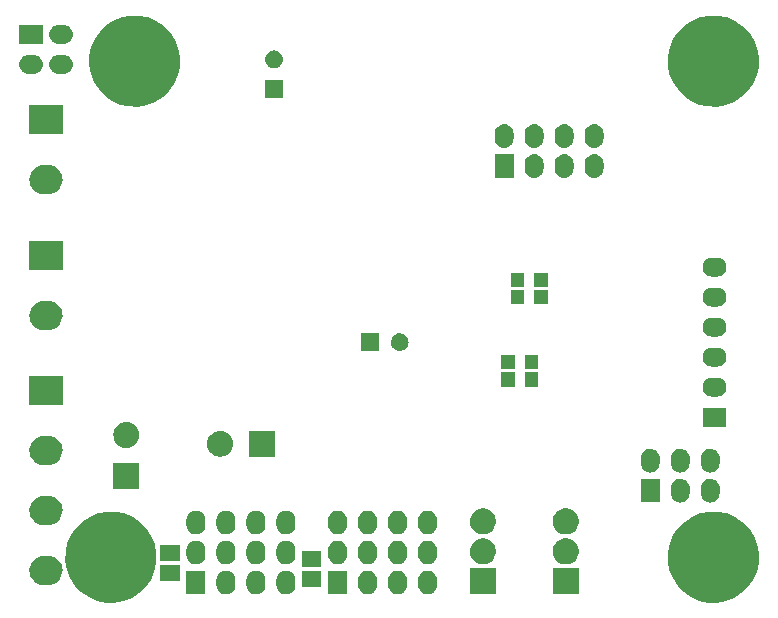
<source format=gbs>
G04 #@! TF.FileFunction,Soldermask,Bot*
%FSLAX46Y46*%
G04 Gerber Fmt 4.6, Leading zero omitted, Abs format (unit mm)*
G04 Created by KiCad (PCBNEW (2015-08-30 BZR 6134, Git 4e94d52)-product) date 2015-09-01 19:05:39*
%MOMM*%
G01*
G04 APERTURE LIST*
%ADD10C,0.100000*%
G04 APERTURE END LIST*
D10*
G36*
X67404381Y-92152562D02*
X68143983Y-92304380D01*
X68840015Y-92596964D01*
X69465958Y-93019169D01*
X69997977Y-93554914D01*
X70415798Y-94183786D01*
X70703515Y-94881840D01*
X70850065Y-95621970D01*
X70850065Y-95621977D01*
X70850166Y-95622488D01*
X70838124Y-96484868D01*
X70838008Y-96485378D01*
X70838008Y-96485386D01*
X70670851Y-97221129D01*
X70363755Y-97910879D01*
X69928535Y-98527844D01*
X69381769Y-99048521D01*
X68744276Y-99453086D01*
X68040355Y-99726119D01*
X67296797Y-99857229D01*
X66541934Y-99841417D01*
X65804528Y-99679287D01*
X65112653Y-99377015D01*
X64492660Y-98946109D01*
X63968182Y-98402995D01*
X63559174Y-97768340D01*
X63281234Y-97066342D01*
X63144937Y-96323720D01*
X63155478Y-95568766D01*
X63312457Y-94830243D01*
X63609893Y-94136272D01*
X64036457Y-93513291D01*
X64575901Y-92985028D01*
X65207675Y-92571607D01*
X65907725Y-92288768D01*
X66649380Y-92147290D01*
X67404381Y-92152562D01*
X67404381Y-92152562D01*
G37*
G36*
X118404381Y-92152562D02*
X119143983Y-92304380D01*
X119840015Y-92596964D01*
X120465958Y-93019169D01*
X120997977Y-93554914D01*
X121415798Y-94183786D01*
X121703515Y-94881840D01*
X121850065Y-95621970D01*
X121850065Y-95621977D01*
X121850166Y-95622488D01*
X121838124Y-96484868D01*
X121838008Y-96485378D01*
X121838008Y-96485386D01*
X121670851Y-97221129D01*
X121363755Y-97910879D01*
X120928535Y-98527844D01*
X120381769Y-99048521D01*
X119744276Y-99453086D01*
X119040355Y-99726119D01*
X118296797Y-99857229D01*
X117541934Y-99841417D01*
X116804528Y-99679287D01*
X116112653Y-99377015D01*
X115492660Y-98946109D01*
X114968182Y-98402995D01*
X114559174Y-97768340D01*
X114281234Y-97066342D01*
X114144937Y-96323720D01*
X114155478Y-95568766D01*
X114312457Y-94830243D01*
X114609893Y-94136272D01*
X115036457Y-93513291D01*
X115575901Y-92985028D01*
X116207675Y-92571607D01*
X116907725Y-92288768D01*
X117649380Y-92147290D01*
X118404381Y-92152562D01*
X118404381Y-92152562D01*
G37*
G36*
X79430789Y-97151491D02*
X79430800Y-97151495D01*
X79430862Y-97151501D01*
X79580012Y-97197670D01*
X79717354Y-97271931D01*
X79837657Y-97371454D01*
X79936337Y-97492448D01*
X80009637Y-97630305D01*
X80054764Y-97779774D01*
X80070000Y-97935161D01*
X80070000Y-98344966D01*
X80069944Y-98352959D01*
X80069943Y-98352966D01*
X80069922Y-98356009D01*
X80052518Y-98511168D01*
X80005308Y-98659993D01*
X79930091Y-98796813D01*
X79829731Y-98916417D01*
X79708051Y-99014250D01*
X79569685Y-99086586D01*
X79419905Y-99130669D01*
X79419848Y-99130674D01*
X79419835Y-99130678D01*
X79264418Y-99144822D01*
X79109211Y-99128509D01*
X79109200Y-99128505D01*
X79109138Y-99128499D01*
X78959988Y-99082330D01*
X78822646Y-99008069D01*
X78702343Y-98908546D01*
X78603663Y-98787552D01*
X78530363Y-98649695D01*
X78485236Y-98500226D01*
X78470000Y-98344839D01*
X78470000Y-97935034D01*
X78470056Y-97927041D01*
X78470057Y-97927034D01*
X78470078Y-97923991D01*
X78487482Y-97768832D01*
X78534692Y-97620007D01*
X78609909Y-97483187D01*
X78710269Y-97363583D01*
X78831949Y-97265750D01*
X78970315Y-97193414D01*
X79120095Y-97149331D01*
X79120152Y-97149326D01*
X79120165Y-97149322D01*
X79275582Y-97135178D01*
X79430789Y-97151491D01*
X79430789Y-97151491D01*
G37*
G36*
X81970789Y-97151491D02*
X81970800Y-97151495D01*
X81970862Y-97151501D01*
X82120012Y-97197670D01*
X82257354Y-97271931D01*
X82377657Y-97371454D01*
X82476337Y-97492448D01*
X82549637Y-97630305D01*
X82594764Y-97779774D01*
X82610000Y-97935161D01*
X82610000Y-98344966D01*
X82609944Y-98352959D01*
X82609943Y-98352966D01*
X82609922Y-98356009D01*
X82592518Y-98511168D01*
X82545308Y-98659993D01*
X82470091Y-98796813D01*
X82369731Y-98916417D01*
X82248051Y-99014250D01*
X82109685Y-99086586D01*
X81959905Y-99130669D01*
X81959848Y-99130674D01*
X81959835Y-99130678D01*
X81804418Y-99144822D01*
X81649211Y-99128509D01*
X81649200Y-99128505D01*
X81649138Y-99128499D01*
X81499988Y-99082330D01*
X81362646Y-99008069D01*
X81242343Y-98908546D01*
X81143663Y-98787552D01*
X81070363Y-98649695D01*
X81025236Y-98500226D01*
X81010000Y-98344839D01*
X81010000Y-97935034D01*
X81010056Y-97927041D01*
X81010057Y-97927034D01*
X81010078Y-97923991D01*
X81027482Y-97768832D01*
X81074692Y-97620007D01*
X81149909Y-97483187D01*
X81250269Y-97363583D01*
X81371949Y-97265750D01*
X81510315Y-97193414D01*
X81660095Y-97149331D01*
X81660152Y-97149326D01*
X81660165Y-97149322D01*
X81815582Y-97135178D01*
X81970789Y-97151491D01*
X81970789Y-97151491D01*
G37*
G36*
X88890789Y-97151491D02*
X88890800Y-97151495D01*
X88890862Y-97151501D01*
X89040012Y-97197670D01*
X89177354Y-97271931D01*
X89297657Y-97371454D01*
X89396337Y-97492448D01*
X89469637Y-97630305D01*
X89514764Y-97779774D01*
X89530000Y-97935161D01*
X89530000Y-98344966D01*
X89529944Y-98352959D01*
X89529943Y-98352966D01*
X89529922Y-98356009D01*
X89512518Y-98511168D01*
X89465308Y-98659993D01*
X89390091Y-98796813D01*
X89289731Y-98916417D01*
X89168051Y-99014250D01*
X89029685Y-99086586D01*
X88879905Y-99130669D01*
X88879848Y-99130674D01*
X88879835Y-99130678D01*
X88724418Y-99144822D01*
X88569211Y-99128509D01*
X88569200Y-99128505D01*
X88569138Y-99128499D01*
X88419988Y-99082330D01*
X88282646Y-99008069D01*
X88162343Y-98908546D01*
X88063663Y-98787552D01*
X87990363Y-98649695D01*
X87945236Y-98500226D01*
X87930000Y-98344839D01*
X87930000Y-97935034D01*
X87930056Y-97927041D01*
X87930057Y-97927034D01*
X87930078Y-97923991D01*
X87947482Y-97768832D01*
X87994692Y-97620007D01*
X88069909Y-97483187D01*
X88170269Y-97363583D01*
X88291949Y-97265750D01*
X88430315Y-97193414D01*
X88580095Y-97149331D01*
X88580152Y-97149326D01*
X88580165Y-97149322D01*
X88735582Y-97135178D01*
X88890789Y-97151491D01*
X88890789Y-97151491D01*
G37*
G36*
X91430789Y-97151491D02*
X91430800Y-97151495D01*
X91430862Y-97151501D01*
X91580012Y-97197670D01*
X91717354Y-97271931D01*
X91837657Y-97371454D01*
X91936337Y-97492448D01*
X92009637Y-97630305D01*
X92054764Y-97779774D01*
X92070000Y-97935161D01*
X92070000Y-98344966D01*
X92069944Y-98352959D01*
X92069943Y-98352966D01*
X92069922Y-98356009D01*
X92052518Y-98511168D01*
X92005308Y-98659993D01*
X91930091Y-98796813D01*
X91829731Y-98916417D01*
X91708051Y-99014250D01*
X91569685Y-99086586D01*
X91419905Y-99130669D01*
X91419848Y-99130674D01*
X91419835Y-99130678D01*
X91264418Y-99144822D01*
X91109211Y-99128509D01*
X91109200Y-99128505D01*
X91109138Y-99128499D01*
X90959988Y-99082330D01*
X90822646Y-99008069D01*
X90702343Y-98908546D01*
X90603663Y-98787552D01*
X90530363Y-98649695D01*
X90485236Y-98500226D01*
X90470000Y-98344839D01*
X90470000Y-97935034D01*
X90470056Y-97927041D01*
X90470057Y-97927034D01*
X90470078Y-97923991D01*
X90487482Y-97768832D01*
X90534692Y-97620007D01*
X90609909Y-97483187D01*
X90710269Y-97363583D01*
X90831949Y-97265750D01*
X90970315Y-97193414D01*
X91120095Y-97149331D01*
X91120152Y-97149326D01*
X91120165Y-97149322D01*
X91275582Y-97135178D01*
X91430789Y-97151491D01*
X91430789Y-97151491D01*
G37*
G36*
X93970789Y-97151491D02*
X93970800Y-97151495D01*
X93970862Y-97151501D01*
X94120012Y-97197670D01*
X94257354Y-97271931D01*
X94377657Y-97371454D01*
X94476337Y-97492448D01*
X94549637Y-97630305D01*
X94594764Y-97779774D01*
X94610000Y-97935161D01*
X94610000Y-98344966D01*
X94609944Y-98352959D01*
X94609943Y-98352966D01*
X94609922Y-98356009D01*
X94592518Y-98511168D01*
X94545308Y-98659993D01*
X94470091Y-98796813D01*
X94369731Y-98916417D01*
X94248051Y-99014250D01*
X94109685Y-99086586D01*
X93959905Y-99130669D01*
X93959848Y-99130674D01*
X93959835Y-99130678D01*
X93804418Y-99144822D01*
X93649211Y-99128509D01*
X93649200Y-99128505D01*
X93649138Y-99128499D01*
X93499988Y-99082330D01*
X93362646Y-99008069D01*
X93242343Y-98908546D01*
X93143663Y-98787552D01*
X93070363Y-98649695D01*
X93025236Y-98500226D01*
X93010000Y-98344839D01*
X93010000Y-97935034D01*
X93010056Y-97927041D01*
X93010057Y-97927034D01*
X93010078Y-97923991D01*
X93027482Y-97768832D01*
X93074692Y-97620007D01*
X93149909Y-97483187D01*
X93250269Y-97363583D01*
X93371949Y-97265750D01*
X93510315Y-97193414D01*
X93660095Y-97149331D01*
X93660152Y-97149326D01*
X93660165Y-97149322D01*
X93815582Y-97135178D01*
X93970789Y-97151491D01*
X93970789Y-97151491D01*
G37*
G36*
X76890789Y-97151491D02*
X76890800Y-97151495D01*
X76890862Y-97151501D01*
X77040012Y-97197670D01*
X77177354Y-97271931D01*
X77297657Y-97371454D01*
X77396337Y-97492448D01*
X77469637Y-97630305D01*
X77514764Y-97779774D01*
X77530000Y-97935161D01*
X77530000Y-98344966D01*
X77529944Y-98352959D01*
X77529943Y-98352966D01*
X77529922Y-98356009D01*
X77512518Y-98511168D01*
X77465308Y-98659993D01*
X77390091Y-98796813D01*
X77289731Y-98916417D01*
X77168051Y-99014250D01*
X77029685Y-99086586D01*
X76879905Y-99130669D01*
X76879848Y-99130674D01*
X76879835Y-99130678D01*
X76724418Y-99144822D01*
X76569211Y-99128509D01*
X76569200Y-99128505D01*
X76569138Y-99128499D01*
X76419988Y-99082330D01*
X76282646Y-99008069D01*
X76162343Y-98908546D01*
X76063663Y-98787552D01*
X75990363Y-98649695D01*
X75945236Y-98500226D01*
X75930000Y-98344839D01*
X75930000Y-97935034D01*
X75930056Y-97927041D01*
X75930057Y-97927034D01*
X75930078Y-97923991D01*
X75947482Y-97768832D01*
X75994692Y-97620007D01*
X76069909Y-97483187D01*
X76170269Y-97363583D01*
X76291949Y-97265750D01*
X76430315Y-97193414D01*
X76580095Y-97149331D01*
X76580152Y-97149326D01*
X76580165Y-97149322D01*
X76735582Y-97135178D01*
X76890789Y-97151491D01*
X76890789Y-97151491D01*
G37*
G36*
X74990000Y-99140000D02*
X73390000Y-99140000D01*
X73390000Y-97140000D01*
X74990000Y-97140000D01*
X74990000Y-99140000D01*
X74990000Y-99140000D01*
G37*
G36*
X106600000Y-99140000D02*
X104400000Y-99140000D01*
X104400000Y-96940000D01*
X106600000Y-96940000D01*
X106600000Y-99140000D01*
X106600000Y-99140000D01*
G37*
G36*
X99600000Y-99140000D02*
X97400000Y-99140000D01*
X97400000Y-96940000D01*
X99600000Y-96940000D01*
X99600000Y-99140000D01*
X99600000Y-99140000D01*
G37*
G36*
X86990000Y-99140000D02*
X85390000Y-99140000D01*
X85390000Y-97140000D01*
X86990000Y-97140000D01*
X86990000Y-99140000D01*
X86990000Y-99140000D01*
G37*
G36*
X84825000Y-98550000D02*
X83175000Y-98550000D01*
X83175000Y-97150000D01*
X84825000Y-97150000D01*
X84825000Y-98550000D01*
X84825000Y-98550000D01*
G37*
G36*
X61671178Y-95870100D02*
X61671185Y-95870101D01*
X61674227Y-95870122D01*
X61916664Y-95897315D01*
X62149201Y-95971081D01*
X62362983Y-96088608D01*
X62549865Y-96245421D01*
X62702729Y-96435546D01*
X62815754Y-96651742D01*
X62884633Y-96885773D01*
X62884638Y-96885825D01*
X62884644Y-96885846D01*
X62906747Y-97128722D01*
X62881254Y-97371274D01*
X62881249Y-97371290D01*
X62881243Y-97371347D01*
X62809103Y-97604394D01*
X62693071Y-97818991D01*
X62537567Y-98006963D01*
X62348513Y-98161152D01*
X62133112Y-98275683D01*
X61899567Y-98346194D01*
X61656774Y-98370000D01*
X61343099Y-98370000D01*
X61328822Y-98369900D01*
X61328815Y-98369899D01*
X61325773Y-98369878D01*
X61083336Y-98342685D01*
X60850799Y-98268919D01*
X60637017Y-98151392D01*
X60450135Y-97994579D01*
X60297271Y-97804454D01*
X60184246Y-97588258D01*
X60115367Y-97354227D01*
X60115362Y-97354175D01*
X60115356Y-97354154D01*
X60093253Y-97111278D01*
X60118746Y-96868726D01*
X60118751Y-96868710D01*
X60118757Y-96868653D01*
X60190897Y-96635606D01*
X60306929Y-96421009D01*
X60462433Y-96233037D01*
X60651487Y-96078848D01*
X60866888Y-95964317D01*
X61100433Y-95893806D01*
X61343226Y-95870000D01*
X61656901Y-95870000D01*
X61671178Y-95870100D01*
X61671178Y-95870100D01*
G37*
G36*
X72825000Y-98050000D02*
X71175000Y-98050000D01*
X71175000Y-96650000D01*
X72825000Y-96650000D01*
X72825000Y-98050000D01*
X72825000Y-98050000D01*
G37*
G36*
X84825000Y-96850000D02*
X83175000Y-96850000D01*
X83175000Y-95450000D01*
X84825000Y-95450000D01*
X84825000Y-96850000D01*
X84825000Y-96850000D01*
G37*
G36*
X93970789Y-94611491D02*
X93970800Y-94611495D01*
X93970862Y-94611501D01*
X94120012Y-94657670D01*
X94257354Y-94731931D01*
X94377657Y-94831454D01*
X94476337Y-94952448D01*
X94549637Y-95090305D01*
X94594764Y-95239774D01*
X94610000Y-95395161D01*
X94610000Y-95804966D01*
X94609944Y-95812959D01*
X94609943Y-95812966D01*
X94609922Y-95816009D01*
X94592518Y-95971168D01*
X94545308Y-96119993D01*
X94470091Y-96256813D01*
X94369731Y-96376417D01*
X94248051Y-96474250D01*
X94109685Y-96546586D01*
X93959905Y-96590669D01*
X93959848Y-96590674D01*
X93959835Y-96590678D01*
X93804418Y-96604822D01*
X93649211Y-96588509D01*
X93649200Y-96588505D01*
X93649138Y-96588499D01*
X93499988Y-96542330D01*
X93362646Y-96468069D01*
X93242343Y-96368546D01*
X93143663Y-96247552D01*
X93070363Y-96109695D01*
X93025236Y-95960226D01*
X93010000Y-95804839D01*
X93010000Y-95395034D01*
X93010056Y-95387041D01*
X93010057Y-95387034D01*
X93010078Y-95383991D01*
X93027482Y-95228832D01*
X93074692Y-95080007D01*
X93149909Y-94943187D01*
X93250269Y-94823583D01*
X93371949Y-94725750D01*
X93510315Y-94653414D01*
X93660095Y-94609331D01*
X93660152Y-94609326D01*
X93660165Y-94609322D01*
X93815582Y-94595178D01*
X93970789Y-94611491D01*
X93970789Y-94611491D01*
G37*
G36*
X91430789Y-94611491D02*
X91430800Y-94611495D01*
X91430862Y-94611501D01*
X91580012Y-94657670D01*
X91717354Y-94731931D01*
X91837657Y-94831454D01*
X91936337Y-94952448D01*
X92009637Y-95090305D01*
X92054764Y-95239774D01*
X92070000Y-95395161D01*
X92070000Y-95804966D01*
X92069944Y-95812959D01*
X92069943Y-95812966D01*
X92069922Y-95816009D01*
X92052518Y-95971168D01*
X92005308Y-96119993D01*
X91930091Y-96256813D01*
X91829731Y-96376417D01*
X91708051Y-96474250D01*
X91569685Y-96546586D01*
X91419905Y-96590669D01*
X91419848Y-96590674D01*
X91419835Y-96590678D01*
X91264418Y-96604822D01*
X91109211Y-96588509D01*
X91109200Y-96588505D01*
X91109138Y-96588499D01*
X90959988Y-96542330D01*
X90822646Y-96468069D01*
X90702343Y-96368546D01*
X90603663Y-96247552D01*
X90530363Y-96109695D01*
X90485236Y-95960226D01*
X90470000Y-95804839D01*
X90470000Y-95395034D01*
X90470056Y-95387041D01*
X90470057Y-95387034D01*
X90470078Y-95383991D01*
X90487482Y-95228832D01*
X90534692Y-95080007D01*
X90609909Y-94943187D01*
X90710269Y-94823583D01*
X90831949Y-94725750D01*
X90970315Y-94653414D01*
X91120095Y-94609331D01*
X91120152Y-94609326D01*
X91120165Y-94609322D01*
X91275582Y-94595178D01*
X91430789Y-94611491D01*
X91430789Y-94611491D01*
G37*
G36*
X88890789Y-94611491D02*
X88890800Y-94611495D01*
X88890862Y-94611501D01*
X89040012Y-94657670D01*
X89177354Y-94731931D01*
X89297657Y-94831454D01*
X89396337Y-94952448D01*
X89469637Y-95090305D01*
X89514764Y-95239774D01*
X89530000Y-95395161D01*
X89530000Y-95804966D01*
X89529944Y-95812959D01*
X89529943Y-95812966D01*
X89529922Y-95816009D01*
X89512518Y-95971168D01*
X89465308Y-96119993D01*
X89390091Y-96256813D01*
X89289731Y-96376417D01*
X89168051Y-96474250D01*
X89029685Y-96546586D01*
X88879905Y-96590669D01*
X88879848Y-96590674D01*
X88879835Y-96590678D01*
X88724418Y-96604822D01*
X88569211Y-96588509D01*
X88569200Y-96588505D01*
X88569138Y-96588499D01*
X88419988Y-96542330D01*
X88282646Y-96468069D01*
X88162343Y-96368546D01*
X88063663Y-96247552D01*
X87990363Y-96109695D01*
X87945236Y-95960226D01*
X87930000Y-95804839D01*
X87930000Y-95395034D01*
X87930056Y-95387041D01*
X87930057Y-95387034D01*
X87930078Y-95383991D01*
X87947482Y-95228832D01*
X87994692Y-95080007D01*
X88069909Y-94943187D01*
X88170269Y-94823583D01*
X88291949Y-94725750D01*
X88430315Y-94653414D01*
X88580095Y-94609331D01*
X88580152Y-94609326D01*
X88580165Y-94609322D01*
X88735582Y-94595178D01*
X88890789Y-94611491D01*
X88890789Y-94611491D01*
G37*
G36*
X86350789Y-94611491D02*
X86350800Y-94611495D01*
X86350862Y-94611501D01*
X86500012Y-94657670D01*
X86637354Y-94731931D01*
X86757657Y-94831454D01*
X86856337Y-94952448D01*
X86929637Y-95090305D01*
X86974764Y-95239774D01*
X86990000Y-95395161D01*
X86990000Y-95804966D01*
X86989944Y-95812959D01*
X86989943Y-95812966D01*
X86989922Y-95816009D01*
X86972518Y-95971168D01*
X86925308Y-96119993D01*
X86850091Y-96256813D01*
X86749731Y-96376417D01*
X86628051Y-96474250D01*
X86489685Y-96546586D01*
X86339905Y-96590669D01*
X86339848Y-96590674D01*
X86339835Y-96590678D01*
X86184418Y-96604822D01*
X86029211Y-96588509D01*
X86029200Y-96588505D01*
X86029138Y-96588499D01*
X85879988Y-96542330D01*
X85742646Y-96468069D01*
X85622343Y-96368546D01*
X85523663Y-96247552D01*
X85450363Y-96109695D01*
X85405236Y-95960226D01*
X85390000Y-95804839D01*
X85390000Y-95395034D01*
X85390056Y-95387041D01*
X85390057Y-95387034D01*
X85390078Y-95383991D01*
X85407482Y-95228832D01*
X85454692Y-95080007D01*
X85529909Y-94943187D01*
X85630269Y-94823583D01*
X85751949Y-94725750D01*
X85890315Y-94653414D01*
X86040095Y-94609331D01*
X86040152Y-94609326D01*
X86040165Y-94609322D01*
X86195582Y-94595178D01*
X86350789Y-94611491D01*
X86350789Y-94611491D01*
G37*
G36*
X79430789Y-94611491D02*
X79430800Y-94611495D01*
X79430862Y-94611501D01*
X79580012Y-94657670D01*
X79717354Y-94731931D01*
X79837657Y-94831454D01*
X79936337Y-94952448D01*
X80009637Y-95090305D01*
X80054764Y-95239774D01*
X80070000Y-95395161D01*
X80070000Y-95804966D01*
X80069944Y-95812959D01*
X80069943Y-95812966D01*
X80069922Y-95816009D01*
X80052518Y-95971168D01*
X80005308Y-96119993D01*
X79930091Y-96256813D01*
X79829731Y-96376417D01*
X79708051Y-96474250D01*
X79569685Y-96546586D01*
X79419905Y-96590669D01*
X79419848Y-96590674D01*
X79419835Y-96590678D01*
X79264418Y-96604822D01*
X79109211Y-96588509D01*
X79109200Y-96588505D01*
X79109138Y-96588499D01*
X78959988Y-96542330D01*
X78822646Y-96468069D01*
X78702343Y-96368546D01*
X78603663Y-96247552D01*
X78530363Y-96109695D01*
X78485236Y-95960226D01*
X78470000Y-95804839D01*
X78470000Y-95395034D01*
X78470056Y-95387041D01*
X78470057Y-95387034D01*
X78470078Y-95383991D01*
X78487482Y-95228832D01*
X78534692Y-95080007D01*
X78609909Y-94943187D01*
X78710269Y-94823583D01*
X78831949Y-94725750D01*
X78970315Y-94653414D01*
X79120095Y-94609331D01*
X79120152Y-94609326D01*
X79120165Y-94609322D01*
X79275582Y-94595178D01*
X79430789Y-94611491D01*
X79430789Y-94611491D01*
G37*
G36*
X76890789Y-94611491D02*
X76890800Y-94611495D01*
X76890862Y-94611501D01*
X77040012Y-94657670D01*
X77177354Y-94731931D01*
X77297657Y-94831454D01*
X77396337Y-94952448D01*
X77469637Y-95090305D01*
X77514764Y-95239774D01*
X77530000Y-95395161D01*
X77530000Y-95804966D01*
X77529944Y-95812959D01*
X77529943Y-95812966D01*
X77529922Y-95816009D01*
X77512518Y-95971168D01*
X77465308Y-96119993D01*
X77390091Y-96256813D01*
X77289731Y-96376417D01*
X77168051Y-96474250D01*
X77029685Y-96546586D01*
X76879905Y-96590669D01*
X76879848Y-96590674D01*
X76879835Y-96590678D01*
X76724418Y-96604822D01*
X76569211Y-96588509D01*
X76569200Y-96588505D01*
X76569138Y-96588499D01*
X76419988Y-96542330D01*
X76282646Y-96468069D01*
X76162343Y-96368546D01*
X76063663Y-96247552D01*
X75990363Y-96109695D01*
X75945236Y-95960226D01*
X75930000Y-95804839D01*
X75930000Y-95395034D01*
X75930056Y-95387041D01*
X75930057Y-95387034D01*
X75930078Y-95383991D01*
X75947482Y-95228832D01*
X75994692Y-95080007D01*
X76069909Y-94943187D01*
X76170269Y-94823583D01*
X76291949Y-94725750D01*
X76430315Y-94653414D01*
X76580095Y-94609331D01*
X76580152Y-94609326D01*
X76580165Y-94609322D01*
X76735582Y-94595178D01*
X76890789Y-94611491D01*
X76890789Y-94611491D01*
G37*
G36*
X74350789Y-94611491D02*
X74350800Y-94611495D01*
X74350862Y-94611501D01*
X74500012Y-94657670D01*
X74637354Y-94731931D01*
X74757657Y-94831454D01*
X74856337Y-94952448D01*
X74929637Y-95090305D01*
X74974764Y-95239774D01*
X74990000Y-95395161D01*
X74990000Y-95804966D01*
X74989944Y-95812959D01*
X74989943Y-95812966D01*
X74989922Y-95816009D01*
X74972518Y-95971168D01*
X74925308Y-96119993D01*
X74850091Y-96256813D01*
X74749731Y-96376417D01*
X74628051Y-96474250D01*
X74489685Y-96546586D01*
X74339905Y-96590669D01*
X74339848Y-96590674D01*
X74339835Y-96590678D01*
X74184418Y-96604822D01*
X74029211Y-96588509D01*
X74029200Y-96588505D01*
X74029138Y-96588499D01*
X73879988Y-96542330D01*
X73742646Y-96468069D01*
X73622343Y-96368546D01*
X73523663Y-96247552D01*
X73450363Y-96109695D01*
X73405236Y-95960226D01*
X73390000Y-95804839D01*
X73390000Y-95395034D01*
X73390056Y-95387041D01*
X73390057Y-95387034D01*
X73390078Y-95383991D01*
X73407482Y-95228832D01*
X73454692Y-95080007D01*
X73529909Y-94943187D01*
X73630269Y-94823583D01*
X73751949Y-94725750D01*
X73890315Y-94653414D01*
X74040095Y-94609331D01*
X74040152Y-94609326D01*
X74040165Y-94609322D01*
X74195582Y-94595178D01*
X74350789Y-94611491D01*
X74350789Y-94611491D01*
G37*
G36*
X81970789Y-94611491D02*
X81970800Y-94611495D01*
X81970862Y-94611501D01*
X82120012Y-94657670D01*
X82257354Y-94731931D01*
X82377657Y-94831454D01*
X82476337Y-94952448D01*
X82549637Y-95090305D01*
X82594764Y-95239774D01*
X82610000Y-95395161D01*
X82610000Y-95804966D01*
X82609944Y-95812959D01*
X82609943Y-95812966D01*
X82609922Y-95816009D01*
X82592518Y-95971168D01*
X82545308Y-96119993D01*
X82470091Y-96256813D01*
X82369731Y-96376417D01*
X82248051Y-96474250D01*
X82109685Y-96546586D01*
X81959905Y-96590669D01*
X81959848Y-96590674D01*
X81959835Y-96590678D01*
X81804418Y-96604822D01*
X81649211Y-96588509D01*
X81649200Y-96588505D01*
X81649138Y-96588499D01*
X81499988Y-96542330D01*
X81362646Y-96468069D01*
X81242343Y-96368546D01*
X81143663Y-96247552D01*
X81070363Y-96109695D01*
X81025236Y-95960226D01*
X81010000Y-95804839D01*
X81010000Y-95395034D01*
X81010056Y-95387041D01*
X81010057Y-95387034D01*
X81010078Y-95383991D01*
X81027482Y-95228832D01*
X81074692Y-95080007D01*
X81149909Y-94943187D01*
X81250269Y-94823583D01*
X81371949Y-94725750D01*
X81510315Y-94653414D01*
X81660095Y-94609331D01*
X81660152Y-94609326D01*
X81660165Y-94609322D01*
X81815582Y-94595178D01*
X81970789Y-94611491D01*
X81970789Y-94611491D01*
G37*
G36*
X105615537Y-94400730D02*
X105826851Y-94444106D01*
X106025719Y-94527702D01*
X106204561Y-94648333D01*
X106356568Y-94801404D01*
X106475944Y-94981080D01*
X106558149Y-95180524D01*
X106599947Y-95391620D01*
X106599947Y-95391633D01*
X106600047Y-95392139D01*
X106596606Y-95638534D01*
X106596492Y-95639035D01*
X106596492Y-95639052D01*
X106548817Y-95848894D01*
X106461075Y-96045967D01*
X106336726Y-96222243D01*
X106180505Y-96371009D01*
X105998367Y-96486598D01*
X105797247Y-96564608D01*
X105584800Y-96602067D01*
X105369120Y-96597549D01*
X105158436Y-96551227D01*
X104960758Y-96464864D01*
X104783614Y-96341746D01*
X104633764Y-96186571D01*
X104516905Y-96005243D01*
X104437494Y-95804672D01*
X104398552Y-95592492D01*
X104401563Y-95376788D01*
X104446414Y-95165783D01*
X104531396Y-94967506D01*
X104653273Y-94789509D01*
X104807399Y-94638577D01*
X104987903Y-94520459D01*
X105187921Y-94439646D01*
X105399825Y-94399223D01*
X105615537Y-94400730D01*
X105615537Y-94400730D01*
G37*
G36*
X98615537Y-94400730D02*
X98826851Y-94444106D01*
X99025719Y-94527702D01*
X99204561Y-94648333D01*
X99356568Y-94801404D01*
X99475944Y-94981080D01*
X99558149Y-95180524D01*
X99599947Y-95391620D01*
X99599947Y-95391633D01*
X99600047Y-95392139D01*
X99596606Y-95638534D01*
X99596492Y-95639035D01*
X99596492Y-95639052D01*
X99548817Y-95848894D01*
X99461075Y-96045967D01*
X99336726Y-96222243D01*
X99180505Y-96371009D01*
X98998367Y-96486598D01*
X98797247Y-96564608D01*
X98584800Y-96602067D01*
X98369120Y-96597549D01*
X98158436Y-96551227D01*
X97960758Y-96464864D01*
X97783614Y-96341746D01*
X97633764Y-96186571D01*
X97516905Y-96005243D01*
X97437494Y-95804672D01*
X97398552Y-95592492D01*
X97401563Y-95376788D01*
X97446414Y-95165783D01*
X97531396Y-94967506D01*
X97653273Y-94789509D01*
X97807399Y-94638577D01*
X97987903Y-94520459D01*
X98187921Y-94439646D01*
X98399825Y-94399223D01*
X98615537Y-94400730D01*
X98615537Y-94400730D01*
G37*
G36*
X72825000Y-96350000D02*
X71175000Y-96350000D01*
X71175000Y-94950000D01*
X72825000Y-94950000D01*
X72825000Y-96350000D01*
X72825000Y-96350000D01*
G37*
G36*
X88890789Y-92071491D02*
X88890800Y-92071495D01*
X88890862Y-92071501D01*
X89040012Y-92117670D01*
X89177354Y-92191931D01*
X89297657Y-92291454D01*
X89396337Y-92412448D01*
X89469637Y-92550305D01*
X89514764Y-92699774D01*
X89530000Y-92855161D01*
X89530000Y-93264966D01*
X89529944Y-93272959D01*
X89529943Y-93272966D01*
X89529922Y-93276009D01*
X89512518Y-93431168D01*
X89465308Y-93579993D01*
X89390091Y-93716813D01*
X89289731Y-93836417D01*
X89168051Y-93934250D01*
X89029685Y-94006586D01*
X88879905Y-94050669D01*
X88879848Y-94050674D01*
X88879835Y-94050678D01*
X88724418Y-94064822D01*
X88569211Y-94048509D01*
X88569200Y-94048505D01*
X88569138Y-94048499D01*
X88419988Y-94002330D01*
X88282646Y-93928069D01*
X88162343Y-93828546D01*
X88063663Y-93707552D01*
X87990363Y-93569695D01*
X87945236Y-93420226D01*
X87930000Y-93264839D01*
X87930000Y-92855034D01*
X87930056Y-92847041D01*
X87930057Y-92847034D01*
X87930078Y-92843991D01*
X87947482Y-92688832D01*
X87994692Y-92540007D01*
X88069909Y-92403187D01*
X88170269Y-92283583D01*
X88291949Y-92185750D01*
X88430315Y-92113414D01*
X88580095Y-92069331D01*
X88580152Y-92069326D01*
X88580165Y-92069322D01*
X88735582Y-92055178D01*
X88890789Y-92071491D01*
X88890789Y-92071491D01*
G37*
G36*
X93970789Y-92071491D02*
X93970800Y-92071495D01*
X93970862Y-92071501D01*
X94120012Y-92117670D01*
X94257354Y-92191931D01*
X94377657Y-92291454D01*
X94476337Y-92412448D01*
X94549637Y-92550305D01*
X94594764Y-92699774D01*
X94610000Y-92855161D01*
X94610000Y-93264966D01*
X94609944Y-93272959D01*
X94609943Y-93272966D01*
X94609922Y-93276009D01*
X94592518Y-93431168D01*
X94545308Y-93579993D01*
X94470091Y-93716813D01*
X94369731Y-93836417D01*
X94248051Y-93934250D01*
X94109685Y-94006586D01*
X93959905Y-94050669D01*
X93959848Y-94050674D01*
X93959835Y-94050678D01*
X93804418Y-94064822D01*
X93649211Y-94048509D01*
X93649200Y-94048505D01*
X93649138Y-94048499D01*
X93499988Y-94002330D01*
X93362646Y-93928069D01*
X93242343Y-93828546D01*
X93143663Y-93707552D01*
X93070363Y-93569695D01*
X93025236Y-93420226D01*
X93010000Y-93264839D01*
X93010000Y-92855034D01*
X93010056Y-92847041D01*
X93010057Y-92847034D01*
X93010078Y-92843991D01*
X93027482Y-92688832D01*
X93074692Y-92540007D01*
X93149909Y-92403187D01*
X93250269Y-92283583D01*
X93371949Y-92185750D01*
X93510315Y-92113414D01*
X93660095Y-92069331D01*
X93660152Y-92069326D01*
X93660165Y-92069322D01*
X93815582Y-92055178D01*
X93970789Y-92071491D01*
X93970789Y-92071491D01*
G37*
G36*
X91430789Y-92071491D02*
X91430800Y-92071495D01*
X91430862Y-92071501D01*
X91580012Y-92117670D01*
X91717354Y-92191931D01*
X91837657Y-92291454D01*
X91936337Y-92412448D01*
X92009637Y-92550305D01*
X92054764Y-92699774D01*
X92070000Y-92855161D01*
X92070000Y-93264966D01*
X92069944Y-93272959D01*
X92069943Y-93272966D01*
X92069922Y-93276009D01*
X92052518Y-93431168D01*
X92005308Y-93579993D01*
X91930091Y-93716813D01*
X91829731Y-93836417D01*
X91708051Y-93934250D01*
X91569685Y-94006586D01*
X91419905Y-94050669D01*
X91419848Y-94050674D01*
X91419835Y-94050678D01*
X91264418Y-94064822D01*
X91109211Y-94048509D01*
X91109200Y-94048505D01*
X91109138Y-94048499D01*
X90959988Y-94002330D01*
X90822646Y-93928069D01*
X90702343Y-93828546D01*
X90603663Y-93707552D01*
X90530363Y-93569695D01*
X90485236Y-93420226D01*
X90470000Y-93264839D01*
X90470000Y-92855034D01*
X90470056Y-92847041D01*
X90470057Y-92847034D01*
X90470078Y-92843991D01*
X90487482Y-92688832D01*
X90534692Y-92540007D01*
X90609909Y-92403187D01*
X90710269Y-92283583D01*
X90831949Y-92185750D01*
X90970315Y-92113414D01*
X91120095Y-92069331D01*
X91120152Y-92069326D01*
X91120165Y-92069322D01*
X91275582Y-92055178D01*
X91430789Y-92071491D01*
X91430789Y-92071491D01*
G37*
G36*
X86350789Y-92071491D02*
X86350800Y-92071495D01*
X86350862Y-92071501D01*
X86500012Y-92117670D01*
X86637354Y-92191931D01*
X86757657Y-92291454D01*
X86856337Y-92412448D01*
X86929637Y-92550305D01*
X86974764Y-92699774D01*
X86990000Y-92855161D01*
X86990000Y-93264966D01*
X86989944Y-93272959D01*
X86989943Y-93272966D01*
X86989922Y-93276009D01*
X86972518Y-93431168D01*
X86925308Y-93579993D01*
X86850091Y-93716813D01*
X86749731Y-93836417D01*
X86628051Y-93934250D01*
X86489685Y-94006586D01*
X86339905Y-94050669D01*
X86339848Y-94050674D01*
X86339835Y-94050678D01*
X86184418Y-94064822D01*
X86029211Y-94048509D01*
X86029200Y-94048505D01*
X86029138Y-94048499D01*
X85879988Y-94002330D01*
X85742646Y-93928069D01*
X85622343Y-93828546D01*
X85523663Y-93707552D01*
X85450363Y-93569695D01*
X85405236Y-93420226D01*
X85390000Y-93264839D01*
X85390000Y-92855034D01*
X85390056Y-92847041D01*
X85390057Y-92847034D01*
X85390078Y-92843991D01*
X85407482Y-92688832D01*
X85454692Y-92540007D01*
X85529909Y-92403187D01*
X85630269Y-92283583D01*
X85751949Y-92185750D01*
X85890315Y-92113414D01*
X86040095Y-92069331D01*
X86040152Y-92069326D01*
X86040165Y-92069322D01*
X86195582Y-92055178D01*
X86350789Y-92071491D01*
X86350789Y-92071491D01*
G37*
G36*
X81970789Y-92071491D02*
X81970800Y-92071495D01*
X81970862Y-92071501D01*
X82120012Y-92117670D01*
X82257354Y-92191931D01*
X82377657Y-92291454D01*
X82476337Y-92412448D01*
X82549637Y-92550305D01*
X82594764Y-92699774D01*
X82610000Y-92855161D01*
X82610000Y-93264966D01*
X82609944Y-93272959D01*
X82609943Y-93272966D01*
X82609922Y-93276009D01*
X82592518Y-93431168D01*
X82545308Y-93579993D01*
X82470091Y-93716813D01*
X82369731Y-93836417D01*
X82248051Y-93934250D01*
X82109685Y-94006586D01*
X81959905Y-94050669D01*
X81959848Y-94050674D01*
X81959835Y-94050678D01*
X81804418Y-94064822D01*
X81649211Y-94048509D01*
X81649200Y-94048505D01*
X81649138Y-94048499D01*
X81499988Y-94002330D01*
X81362646Y-93928069D01*
X81242343Y-93828546D01*
X81143663Y-93707552D01*
X81070363Y-93569695D01*
X81025236Y-93420226D01*
X81010000Y-93264839D01*
X81010000Y-92855034D01*
X81010056Y-92847041D01*
X81010057Y-92847034D01*
X81010078Y-92843991D01*
X81027482Y-92688832D01*
X81074692Y-92540007D01*
X81149909Y-92403187D01*
X81250269Y-92283583D01*
X81371949Y-92185750D01*
X81510315Y-92113414D01*
X81660095Y-92069331D01*
X81660152Y-92069326D01*
X81660165Y-92069322D01*
X81815582Y-92055178D01*
X81970789Y-92071491D01*
X81970789Y-92071491D01*
G37*
G36*
X79430789Y-92071491D02*
X79430800Y-92071495D01*
X79430862Y-92071501D01*
X79580012Y-92117670D01*
X79717354Y-92191931D01*
X79837657Y-92291454D01*
X79936337Y-92412448D01*
X80009637Y-92550305D01*
X80054764Y-92699774D01*
X80070000Y-92855161D01*
X80070000Y-93264966D01*
X80069944Y-93272959D01*
X80069943Y-93272966D01*
X80069922Y-93276009D01*
X80052518Y-93431168D01*
X80005308Y-93579993D01*
X79930091Y-93716813D01*
X79829731Y-93836417D01*
X79708051Y-93934250D01*
X79569685Y-94006586D01*
X79419905Y-94050669D01*
X79419848Y-94050674D01*
X79419835Y-94050678D01*
X79264418Y-94064822D01*
X79109211Y-94048509D01*
X79109200Y-94048505D01*
X79109138Y-94048499D01*
X78959988Y-94002330D01*
X78822646Y-93928069D01*
X78702343Y-93828546D01*
X78603663Y-93707552D01*
X78530363Y-93569695D01*
X78485236Y-93420226D01*
X78470000Y-93264839D01*
X78470000Y-92855034D01*
X78470056Y-92847041D01*
X78470057Y-92847034D01*
X78470078Y-92843991D01*
X78487482Y-92688832D01*
X78534692Y-92540007D01*
X78609909Y-92403187D01*
X78710269Y-92283583D01*
X78831949Y-92185750D01*
X78970315Y-92113414D01*
X79120095Y-92069331D01*
X79120152Y-92069326D01*
X79120165Y-92069322D01*
X79275582Y-92055178D01*
X79430789Y-92071491D01*
X79430789Y-92071491D01*
G37*
G36*
X76890789Y-92071491D02*
X76890800Y-92071495D01*
X76890862Y-92071501D01*
X77040012Y-92117670D01*
X77177354Y-92191931D01*
X77297657Y-92291454D01*
X77396337Y-92412448D01*
X77469637Y-92550305D01*
X77514764Y-92699774D01*
X77530000Y-92855161D01*
X77530000Y-93264966D01*
X77529944Y-93272959D01*
X77529943Y-93272966D01*
X77529922Y-93276009D01*
X77512518Y-93431168D01*
X77465308Y-93579993D01*
X77390091Y-93716813D01*
X77289731Y-93836417D01*
X77168051Y-93934250D01*
X77029685Y-94006586D01*
X76879905Y-94050669D01*
X76879848Y-94050674D01*
X76879835Y-94050678D01*
X76724418Y-94064822D01*
X76569211Y-94048509D01*
X76569200Y-94048505D01*
X76569138Y-94048499D01*
X76419988Y-94002330D01*
X76282646Y-93928069D01*
X76162343Y-93828546D01*
X76063663Y-93707552D01*
X75990363Y-93569695D01*
X75945236Y-93420226D01*
X75930000Y-93264839D01*
X75930000Y-92855034D01*
X75930056Y-92847041D01*
X75930057Y-92847034D01*
X75930078Y-92843991D01*
X75947482Y-92688832D01*
X75994692Y-92540007D01*
X76069909Y-92403187D01*
X76170269Y-92283583D01*
X76291949Y-92185750D01*
X76430315Y-92113414D01*
X76580095Y-92069331D01*
X76580152Y-92069326D01*
X76580165Y-92069322D01*
X76735582Y-92055178D01*
X76890789Y-92071491D01*
X76890789Y-92071491D01*
G37*
G36*
X74350789Y-92071491D02*
X74350800Y-92071495D01*
X74350862Y-92071501D01*
X74500012Y-92117670D01*
X74637354Y-92191931D01*
X74757657Y-92291454D01*
X74856337Y-92412448D01*
X74929637Y-92550305D01*
X74974764Y-92699774D01*
X74990000Y-92855161D01*
X74990000Y-93264966D01*
X74989944Y-93272959D01*
X74989943Y-93272966D01*
X74989922Y-93276009D01*
X74972518Y-93431168D01*
X74925308Y-93579993D01*
X74850091Y-93716813D01*
X74749731Y-93836417D01*
X74628051Y-93934250D01*
X74489685Y-94006586D01*
X74339905Y-94050669D01*
X74339848Y-94050674D01*
X74339835Y-94050678D01*
X74184418Y-94064822D01*
X74029211Y-94048509D01*
X74029200Y-94048505D01*
X74029138Y-94048499D01*
X73879988Y-94002330D01*
X73742646Y-93928069D01*
X73622343Y-93828546D01*
X73523663Y-93707552D01*
X73450363Y-93569695D01*
X73405236Y-93420226D01*
X73390000Y-93264839D01*
X73390000Y-92855034D01*
X73390056Y-92847041D01*
X73390057Y-92847034D01*
X73390078Y-92843991D01*
X73407482Y-92688832D01*
X73454692Y-92540007D01*
X73529909Y-92403187D01*
X73630269Y-92283583D01*
X73751949Y-92185750D01*
X73890315Y-92113414D01*
X74040095Y-92069331D01*
X74040152Y-92069326D01*
X74040165Y-92069322D01*
X74195582Y-92055178D01*
X74350789Y-92071491D01*
X74350789Y-92071491D01*
G37*
G36*
X105615537Y-91860730D02*
X105826851Y-91904106D01*
X106025719Y-91987702D01*
X106204561Y-92108333D01*
X106356568Y-92261404D01*
X106475944Y-92441080D01*
X106558149Y-92640524D01*
X106599947Y-92851620D01*
X106599947Y-92851633D01*
X106600047Y-92852139D01*
X106596606Y-93098534D01*
X106596492Y-93099035D01*
X106596492Y-93099052D01*
X106548817Y-93308894D01*
X106461075Y-93505967D01*
X106336726Y-93682243D01*
X106180505Y-93831009D01*
X105998367Y-93946598D01*
X105797247Y-94024608D01*
X105584800Y-94062067D01*
X105369120Y-94057549D01*
X105158436Y-94011227D01*
X104960758Y-93924864D01*
X104783614Y-93801746D01*
X104633764Y-93646571D01*
X104516905Y-93465243D01*
X104437494Y-93264672D01*
X104398552Y-93052492D01*
X104401563Y-92836788D01*
X104446414Y-92625783D01*
X104531396Y-92427506D01*
X104653273Y-92249509D01*
X104807399Y-92098577D01*
X104987903Y-91980459D01*
X105187921Y-91899646D01*
X105399825Y-91859223D01*
X105615537Y-91860730D01*
X105615537Y-91860730D01*
G37*
G36*
X98615537Y-91860730D02*
X98826851Y-91904106D01*
X99025719Y-91987702D01*
X99204561Y-92108333D01*
X99356568Y-92261404D01*
X99475944Y-92441080D01*
X99558149Y-92640524D01*
X99599947Y-92851620D01*
X99599947Y-92851633D01*
X99600047Y-92852139D01*
X99596606Y-93098534D01*
X99596492Y-93099035D01*
X99596492Y-93099052D01*
X99548817Y-93308894D01*
X99461075Y-93505967D01*
X99336726Y-93682243D01*
X99180505Y-93831009D01*
X98998367Y-93946598D01*
X98797247Y-94024608D01*
X98584800Y-94062067D01*
X98369120Y-94057549D01*
X98158436Y-94011227D01*
X97960758Y-93924864D01*
X97783614Y-93801746D01*
X97633764Y-93646571D01*
X97516905Y-93465243D01*
X97437494Y-93264672D01*
X97398552Y-93052492D01*
X97401563Y-92836788D01*
X97446414Y-92625783D01*
X97531396Y-92427506D01*
X97653273Y-92249509D01*
X97807399Y-92098577D01*
X97987903Y-91980459D01*
X98187921Y-91899646D01*
X98399825Y-91859223D01*
X98615537Y-91860730D01*
X98615537Y-91860730D01*
G37*
G36*
X61671178Y-90790100D02*
X61671185Y-90790101D01*
X61674227Y-90790122D01*
X61916664Y-90817315D01*
X62149201Y-90891081D01*
X62362983Y-91008608D01*
X62549865Y-91165421D01*
X62702729Y-91355546D01*
X62815754Y-91571742D01*
X62884633Y-91805773D01*
X62884638Y-91805825D01*
X62884644Y-91805846D01*
X62906747Y-92048722D01*
X62881254Y-92291274D01*
X62881249Y-92291290D01*
X62881243Y-92291347D01*
X62809103Y-92524394D01*
X62693071Y-92738991D01*
X62537567Y-92926963D01*
X62348513Y-93081152D01*
X62133112Y-93195683D01*
X61899567Y-93266194D01*
X61656774Y-93290000D01*
X61343099Y-93290000D01*
X61328822Y-93289900D01*
X61328815Y-93289899D01*
X61325773Y-93289878D01*
X61083336Y-93262685D01*
X60850799Y-93188919D01*
X60637017Y-93071392D01*
X60450135Y-92914579D01*
X60297271Y-92724454D01*
X60184246Y-92508258D01*
X60115367Y-92274227D01*
X60115362Y-92274175D01*
X60115356Y-92274154D01*
X60093253Y-92031278D01*
X60118746Y-91788726D01*
X60118751Y-91788710D01*
X60118757Y-91788653D01*
X60190897Y-91555606D01*
X60306929Y-91341009D01*
X60462433Y-91153037D01*
X60651487Y-90998848D01*
X60866888Y-90884317D01*
X61100433Y-90813806D01*
X61343226Y-90790000D01*
X61656901Y-90790000D01*
X61671178Y-90790100D01*
X61671178Y-90790100D01*
G37*
G36*
X117900789Y-89381491D02*
X117900800Y-89381495D01*
X117900862Y-89381501D01*
X118050012Y-89427670D01*
X118187354Y-89501931D01*
X118307657Y-89601454D01*
X118406337Y-89722448D01*
X118479637Y-89860305D01*
X118524764Y-90009774D01*
X118540000Y-90165161D01*
X118540000Y-90574966D01*
X118539944Y-90582959D01*
X118539943Y-90582966D01*
X118539922Y-90586009D01*
X118522518Y-90741168D01*
X118475308Y-90889993D01*
X118400091Y-91026813D01*
X118299731Y-91146417D01*
X118178051Y-91244250D01*
X118039685Y-91316586D01*
X117889905Y-91360669D01*
X117889848Y-91360674D01*
X117889835Y-91360678D01*
X117734418Y-91374822D01*
X117579211Y-91358509D01*
X117579200Y-91358505D01*
X117579138Y-91358499D01*
X117429988Y-91312330D01*
X117292646Y-91238069D01*
X117172343Y-91138546D01*
X117073663Y-91017552D01*
X117000363Y-90879695D01*
X116955236Y-90730226D01*
X116940000Y-90574839D01*
X116940000Y-90165034D01*
X116940056Y-90157041D01*
X116940057Y-90157034D01*
X116940078Y-90153991D01*
X116957482Y-89998832D01*
X117004692Y-89850007D01*
X117079909Y-89713187D01*
X117180269Y-89593583D01*
X117301949Y-89495750D01*
X117440315Y-89423414D01*
X117590095Y-89379331D01*
X117590152Y-89379326D01*
X117590165Y-89379322D01*
X117745582Y-89365178D01*
X117900789Y-89381491D01*
X117900789Y-89381491D01*
G37*
G36*
X115360789Y-89381491D02*
X115360800Y-89381495D01*
X115360862Y-89381501D01*
X115510012Y-89427670D01*
X115647354Y-89501931D01*
X115767657Y-89601454D01*
X115866337Y-89722448D01*
X115939637Y-89860305D01*
X115984764Y-90009774D01*
X116000000Y-90165161D01*
X116000000Y-90574966D01*
X115999944Y-90582959D01*
X115999943Y-90582966D01*
X115999922Y-90586009D01*
X115982518Y-90741168D01*
X115935308Y-90889993D01*
X115860091Y-91026813D01*
X115759731Y-91146417D01*
X115638051Y-91244250D01*
X115499685Y-91316586D01*
X115349905Y-91360669D01*
X115349848Y-91360674D01*
X115349835Y-91360678D01*
X115194418Y-91374822D01*
X115039211Y-91358509D01*
X115039200Y-91358505D01*
X115039138Y-91358499D01*
X114889988Y-91312330D01*
X114752646Y-91238069D01*
X114632343Y-91138546D01*
X114533663Y-91017552D01*
X114460363Y-90879695D01*
X114415236Y-90730226D01*
X114400000Y-90574839D01*
X114400000Y-90165034D01*
X114400056Y-90157041D01*
X114400057Y-90157034D01*
X114400078Y-90153991D01*
X114417482Y-89998832D01*
X114464692Y-89850007D01*
X114539909Y-89713187D01*
X114640269Y-89593583D01*
X114761949Y-89495750D01*
X114900315Y-89423414D01*
X115050095Y-89379331D01*
X115050152Y-89379326D01*
X115050165Y-89379322D01*
X115205582Y-89365178D01*
X115360789Y-89381491D01*
X115360789Y-89381491D01*
G37*
G36*
X113460000Y-91370000D02*
X111860000Y-91370000D01*
X111860000Y-89370000D01*
X113460000Y-89370000D01*
X113460000Y-91370000D01*
X113460000Y-91370000D01*
G37*
G36*
X69400000Y-90250000D02*
X67200000Y-90250000D01*
X67200000Y-88050000D01*
X69400000Y-88050000D01*
X69400000Y-90250000D01*
X69400000Y-90250000D01*
G37*
G36*
X112820789Y-86841491D02*
X112820800Y-86841495D01*
X112820862Y-86841501D01*
X112970012Y-86887670D01*
X113107354Y-86961931D01*
X113227657Y-87061454D01*
X113326337Y-87182448D01*
X113399637Y-87320305D01*
X113444764Y-87469774D01*
X113460000Y-87625161D01*
X113460000Y-88034966D01*
X113459944Y-88042959D01*
X113459943Y-88042966D01*
X113459922Y-88046009D01*
X113442518Y-88201168D01*
X113395308Y-88349993D01*
X113320091Y-88486813D01*
X113219731Y-88606417D01*
X113098051Y-88704250D01*
X112959685Y-88776586D01*
X112809905Y-88820669D01*
X112809848Y-88820674D01*
X112809835Y-88820678D01*
X112654418Y-88834822D01*
X112499211Y-88818509D01*
X112499200Y-88818505D01*
X112499138Y-88818499D01*
X112349988Y-88772330D01*
X112212646Y-88698069D01*
X112092343Y-88598546D01*
X111993663Y-88477552D01*
X111920363Y-88339695D01*
X111875236Y-88190226D01*
X111860000Y-88034839D01*
X111860000Y-87625034D01*
X111860056Y-87617041D01*
X111860057Y-87617034D01*
X111860078Y-87613991D01*
X111877482Y-87458832D01*
X111924692Y-87310007D01*
X111999909Y-87173187D01*
X112100269Y-87053583D01*
X112221949Y-86955750D01*
X112360315Y-86883414D01*
X112510095Y-86839331D01*
X112510152Y-86839326D01*
X112510165Y-86839322D01*
X112665582Y-86825178D01*
X112820789Y-86841491D01*
X112820789Y-86841491D01*
G37*
G36*
X115360789Y-86841491D02*
X115360800Y-86841495D01*
X115360862Y-86841501D01*
X115510012Y-86887670D01*
X115647354Y-86961931D01*
X115767657Y-87061454D01*
X115866337Y-87182448D01*
X115939637Y-87320305D01*
X115984764Y-87469774D01*
X116000000Y-87625161D01*
X116000000Y-88034966D01*
X115999944Y-88042959D01*
X115999943Y-88042966D01*
X115999922Y-88046009D01*
X115982518Y-88201168D01*
X115935308Y-88349993D01*
X115860091Y-88486813D01*
X115759731Y-88606417D01*
X115638051Y-88704250D01*
X115499685Y-88776586D01*
X115349905Y-88820669D01*
X115349848Y-88820674D01*
X115349835Y-88820678D01*
X115194418Y-88834822D01*
X115039211Y-88818509D01*
X115039200Y-88818505D01*
X115039138Y-88818499D01*
X114889988Y-88772330D01*
X114752646Y-88698069D01*
X114632343Y-88598546D01*
X114533663Y-88477552D01*
X114460363Y-88339695D01*
X114415236Y-88190226D01*
X114400000Y-88034839D01*
X114400000Y-87625034D01*
X114400056Y-87617041D01*
X114400057Y-87617034D01*
X114400078Y-87613991D01*
X114417482Y-87458832D01*
X114464692Y-87310007D01*
X114539909Y-87173187D01*
X114640269Y-87053583D01*
X114761949Y-86955750D01*
X114900315Y-86883414D01*
X115050095Y-86839331D01*
X115050152Y-86839326D01*
X115050165Y-86839322D01*
X115205582Y-86825178D01*
X115360789Y-86841491D01*
X115360789Y-86841491D01*
G37*
G36*
X117900789Y-86841491D02*
X117900800Y-86841495D01*
X117900862Y-86841501D01*
X118050012Y-86887670D01*
X118187354Y-86961931D01*
X118307657Y-87061454D01*
X118406337Y-87182448D01*
X118479637Y-87320305D01*
X118524764Y-87469774D01*
X118540000Y-87625161D01*
X118540000Y-88034966D01*
X118539944Y-88042959D01*
X118539943Y-88042966D01*
X118539922Y-88046009D01*
X118522518Y-88201168D01*
X118475308Y-88349993D01*
X118400091Y-88486813D01*
X118299731Y-88606417D01*
X118178051Y-88704250D01*
X118039685Y-88776586D01*
X117889905Y-88820669D01*
X117889848Y-88820674D01*
X117889835Y-88820678D01*
X117734418Y-88834822D01*
X117579211Y-88818509D01*
X117579200Y-88818505D01*
X117579138Y-88818499D01*
X117429988Y-88772330D01*
X117292646Y-88698069D01*
X117172343Y-88598546D01*
X117073663Y-88477552D01*
X117000363Y-88339695D01*
X116955236Y-88190226D01*
X116940000Y-88034839D01*
X116940000Y-87625034D01*
X116940056Y-87617041D01*
X116940057Y-87617034D01*
X116940078Y-87613991D01*
X116957482Y-87458832D01*
X117004692Y-87310007D01*
X117079909Y-87173187D01*
X117180269Y-87053583D01*
X117301949Y-86955750D01*
X117440315Y-86883414D01*
X117590095Y-86839331D01*
X117590152Y-86839326D01*
X117590165Y-86839322D01*
X117745582Y-86825178D01*
X117900789Y-86841491D01*
X117900789Y-86841491D01*
G37*
G36*
X61671178Y-85710100D02*
X61671185Y-85710101D01*
X61674227Y-85710122D01*
X61916664Y-85737315D01*
X62149201Y-85811081D01*
X62362983Y-85928608D01*
X62549865Y-86085421D01*
X62702729Y-86275546D01*
X62815754Y-86491742D01*
X62884633Y-86725773D01*
X62884638Y-86725825D01*
X62884644Y-86725846D01*
X62906747Y-86968722D01*
X62881254Y-87211274D01*
X62881249Y-87211290D01*
X62881243Y-87211347D01*
X62809103Y-87444394D01*
X62693071Y-87658991D01*
X62537567Y-87846963D01*
X62348513Y-88001152D01*
X62133112Y-88115683D01*
X61899567Y-88186194D01*
X61656774Y-88210000D01*
X61343099Y-88210000D01*
X61328822Y-88209900D01*
X61328815Y-88209899D01*
X61325773Y-88209878D01*
X61083336Y-88182685D01*
X60850799Y-88108919D01*
X60637017Y-87991392D01*
X60450135Y-87834579D01*
X60297271Y-87644454D01*
X60184246Y-87428258D01*
X60115367Y-87194227D01*
X60115362Y-87194175D01*
X60115356Y-87194154D01*
X60093253Y-86951278D01*
X60118746Y-86708726D01*
X60118751Y-86708710D01*
X60118757Y-86708653D01*
X60190897Y-86475606D01*
X60306929Y-86261009D01*
X60462433Y-86073037D01*
X60651487Y-85918848D01*
X60866888Y-85804317D01*
X61100433Y-85733806D01*
X61343226Y-85710000D01*
X61656901Y-85710000D01*
X61671178Y-85710100D01*
X61671178Y-85710100D01*
G37*
G36*
X80850000Y-87500000D02*
X78650000Y-87500000D01*
X78650000Y-85300000D01*
X80850000Y-85300000D01*
X80850000Y-87500000D01*
X80850000Y-87500000D01*
G37*
G36*
X76267631Y-85300085D02*
X76267638Y-85300086D01*
X76270680Y-85300107D01*
X76484025Y-85324038D01*
X76688658Y-85388951D01*
X76876786Y-85492375D01*
X77041242Y-85630370D01*
X77175763Y-85797680D01*
X77275224Y-85987933D01*
X77335838Y-86193881D01*
X77335843Y-86193931D01*
X77335849Y-86193953D01*
X77355298Y-86407676D01*
X77332866Y-86621112D01*
X77332861Y-86621128D01*
X77332855Y-86621186D01*
X77269371Y-86826267D01*
X77167263Y-87015112D01*
X77030420Y-87180528D01*
X76864053Y-87316213D01*
X76674499Y-87417001D01*
X76468980Y-87479051D01*
X76255322Y-87500000D01*
X76244556Y-87500000D01*
X76232369Y-87499915D01*
X76232362Y-87499914D01*
X76229320Y-87499893D01*
X76015975Y-87475962D01*
X75811342Y-87411049D01*
X75623214Y-87307625D01*
X75458758Y-87169630D01*
X75324237Y-87002320D01*
X75224776Y-86812067D01*
X75164162Y-86606119D01*
X75164157Y-86606069D01*
X75164151Y-86606047D01*
X75144702Y-86392324D01*
X75167134Y-86178888D01*
X75167139Y-86178872D01*
X75167145Y-86178814D01*
X75230629Y-85973733D01*
X75332737Y-85784888D01*
X75469580Y-85619472D01*
X75635947Y-85483787D01*
X75825501Y-85382999D01*
X76031020Y-85320949D01*
X76244678Y-85300000D01*
X76255444Y-85300000D01*
X76267631Y-85300085D01*
X76267631Y-85300085D01*
G37*
G36*
X68521112Y-84567134D02*
X68521128Y-84567139D01*
X68521186Y-84567145D01*
X68726267Y-84630629D01*
X68915112Y-84732737D01*
X69080528Y-84869580D01*
X69216213Y-85035947D01*
X69317001Y-85225501D01*
X69379051Y-85431020D01*
X69400000Y-85644678D01*
X69400000Y-85655444D01*
X69399915Y-85667631D01*
X69399914Y-85667638D01*
X69399893Y-85670680D01*
X69375962Y-85884025D01*
X69311049Y-86088658D01*
X69207625Y-86276786D01*
X69069630Y-86441242D01*
X68902320Y-86575763D01*
X68712067Y-86675224D01*
X68506119Y-86735838D01*
X68506069Y-86735843D01*
X68506047Y-86735849D01*
X68292324Y-86755298D01*
X68078888Y-86732866D01*
X68078872Y-86732861D01*
X68078814Y-86732855D01*
X67873733Y-86669371D01*
X67684888Y-86567263D01*
X67519472Y-86430420D01*
X67383787Y-86264053D01*
X67282999Y-86074499D01*
X67220949Y-85868980D01*
X67200000Y-85655322D01*
X67200000Y-85644556D01*
X67200085Y-85632369D01*
X67200086Y-85632362D01*
X67200107Y-85629320D01*
X67224038Y-85415975D01*
X67288951Y-85211342D01*
X67392375Y-85023214D01*
X67530370Y-84858758D01*
X67697680Y-84724237D01*
X67887933Y-84624776D01*
X68093881Y-84564162D01*
X68093931Y-84564157D01*
X68093953Y-84564151D01*
X68307676Y-84544702D01*
X68521112Y-84567134D01*
X68521112Y-84567134D01*
G37*
G36*
X119100000Y-84940000D02*
X117100000Y-84940000D01*
X117100000Y-83340000D01*
X119100000Y-83340000D01*
X119100000Y-84940000D01*
X119100000Y-84940000D01*
G37*
G36*
X62900000Y-83130000D02*
X60100000Y-83130000D01*
X60100000Y-80630000D01*
X62900000Y-80630000D01*
X62900000Y-83130000D01*
X62900000Y-83130000D01*
G37*
G36*
X118312959Y-80800056D02*
X118312966Y-80800057D01*
X118316009Y-80800078D01*
X118471168Y-80817482D01*
X118619993Y-80864692D01*
X118756813Y-80939909D01*
X118876417Y-81040269D01*
X118974250Y-81161949D01*
X119046586Y-81300315D01*
X119090669Y-81450095D01*
X119090674Y-81450152D01*
X119090678Y-81450165D01*
X119104822Y-81605582D01*
X119088509Y-81760789D01*
X119088505Y-81760800D01*
X119088499Y-81760862D01*
X119042330Y-81910012D01*
X118968069Y-82047354D01*
X118868546Y-82167657D01*
X118747552Y-82266337D01*
X118609695Y-82339637D01*
X118460226Y-82384764D01*
X118304839Y-82400000D01*
X117895034Y-82400000D01*
X117887041Y-82399944D01*
X117887034Y-82399943D01*
X117883991Y-82399922D01*
X117728832Y-82382518D01*
X117580007Y-82335308D01*
X117443187Y-82260091D01*
X117323583Y-82159731D01*
X117225750Y-82038051D01*
X117153414Y-81899685D01*
X117109331Y-81749905D01*
X117109326Y-81749848D01*
X117109322Y-81749835D01*
X117095178Y-81594418D01*
X117111491Y-81439211D01*
X117111495Y-81439200D01*
X117111501Y-81439138D01*
X117157670Y-81289988D01*
X117231931Y-81152646D01*
X117331454Y-81032343D01*
X117452448Y-80933663D01*
X117590305Y-80860363D01*
X117739774Y-80815236D01*
X117895161Y-80800000D01*
X118304966Y-80800000D01*
X118312959Y-80800056D01*
X118312959Y-80800056D01*
G37*
G36*
X101179318Y-81554884D02*
X100029318Y-81554884D01*
X100029318Y-80354884D01*
X101179318Y-80354884D01*
X101179318Y-81554884D01*
X101179318Y-81554884D01*
G37*
G36*
X103179318Y-81554884D02*
X102029318Y-81554884D01*
X102029318Y-80354884D01*
X103179318Y-80354884D01*
X103179318Y-81554884D01*
X103179318Y-81554884D01*
G37*
G36*
X101179318Y-80104884D02*
X100029318Y-80104884D01*
X100029318Y-78904884D01*
X101179318Y-78904884D01*
X101179318Y-80104884D01*
X101179318Y-80104884D01*
G37*
G36*
X103179318Y-80104884D02*
X102029318Y-80104884D01*
X102029318Y-78904884D01*
X103179318Y-78904884D01*
X103179318Y-80104884D01*
X103179318Y-80104884D01*
G37*
G36*
X118312959Y-78260056D02*
X118312966Y-78260057D01*
X118316009Y-78260078D01*
X118471168Y-78277482D01*
X118619993Y-78324692D01*
X118756813Y-78399909D01*
X118876417Y-78500269D01*
X118974250Y-78621949D01*
X119046586Y-78760315D01*
X119090669Y-78910095D01*
X119090674Y-78910152D01*
X119090678Y-78910165D01*
X119104822Y-79065582D01*
X119088509Y-79220789D01*
X119088505Y-79220800D01*
X119088499Y-79220862D01*
X119042330Y-79370012D01*
X118968069Y-79507354D01*
X118868546Y-79627657D01*
X118747552Y-79726337D01*
X118609695Y-79799637D01*
X118460226Y-79844764D01*
X118304839Y-79860000D01*
X117895034Y-79860000D01*
X117887041Y-79859944D01*
X117887034Y-79859943D01*
X117883991Y-79859922D01*
X117728832Y-79842518D01*
X117580007Y-79795308D01*
X117443187Y-79720091D01*
X117323583Y-79619731D01*
X117225750Y-79498051D01*
X117153414Y-79359685D01*
X117109331Y-79209905D01*
X117109326Y-79209848D01*
X117109322Y-79209835D01*
X117095178Y-79054418D01*
X117111491Y-78899211D01*
X117111495Y-78899200D01*
X117111501Y-78899138D01*
X117157670Y-78749988D01*
X117231931Y-78612646D01*
X117331454Y-78492343D01*
X117452448Y-78393663D01*
X117590305Y-78320363D01*
X117739774Y-78275236D01*
X117895161Y-78260000D01*
X118304966Y-78260000D01*
X118312959Y-78260056D01*
X118312959Y-78260056D01*
G37*
G36*
X91461053Y-77050051D02*
X91461060Y-77050052D01*
X91464101Y-77050073D01*
X91609563Y-77066389D01*
X91749085Y-77110648D01*
X91877354Y-77181165D01*
X91989484Y-77275252D01*
X92081202Y-77389328D01*
X92149017Y-77519045D01*
X92190344Y-77659464D01*
X92190349Y-77659514D01*
X92190355Y-77659536D01*
X92203614Y-77805233D01*
X92188322Y-77950735D01*
X92188315Y-77950756D01*
X92188310Y-77950808D01*
X92145026Y-78090637D01*
X92075407Y-78219395D01*
X91982105Y-78332178D01*
X91868673Y-78424691D01*
X91739432Y-78493410D01*
X91599305Y-78535716D01*
X91453629Y-78550000D01*
X91446241Y-78550000D01*
X91438947Y-78549949D01*
X91438940Y-78549948D01*
X91435899Y-78549927D01*
X91290437Y-78533611D01*
X91150915Y-78489352D01*
X91022646Y-78418835D01*
X90910516Y-78324748D01*
X90818798Y-78210672D01*
X90750983Y-78080955D01*
X90709656Y-77940536D01*
X90709651Y-77940486D01*
X90709645Y-77940464D01*
X90696386Y-77794767D01*
X90711678Y-77649265D01*
X90711685Y-77649244D01*
X90711690Y-77649192D01*
X90754974Y-77509363D01*
X90824593Y-77380605D01*
X90917895Y-77267822D01*
X91031327Y-77175309D01*
X91160568Y-77106590D01*
X91300695Y-77064284D01*
X91446371Y-77050000D01*
X91453759Y-77050000D01*
X91461053Y-77050051D01*
X91461053Y-77050051D01*
G37*
G36*
X89700000Y-78550000D02*
X88200000Y-78550000D01*
X88200000Y-77050000D01*
X89700000Y-77050000D01*
X89700000Y-78550000D01*
X89700000Y-78550000D01*
G37*
G36*
X118312959Y-75720056D02*
X118312966Y-75720057D01*
X118316009Y-75720078D01*
X118471168Y-75737482D01*
X118619993Y-75784692D01*
X118756813Y-75859909D01*
X118876417Y-75960269D01*
X118974250Y-76081949D01*
X119046586Y-76220315D01*
X119090669Y-76370095D01*
X119090674Y-76370152D01*
X119090678Y-76370165D01*
X119104822Y-76525582D01*
X119088509Y-76680789D01*
X119088505Y-76680800D01*
X119088499Y-76680862D01*
X119042330Y-76830012D01*
X118968069Y-76967354D01*
X118868546Y-77087657D01*
X118747552Y-77186337D01*
X118609695Y-77259637D01*
X118460226Y-77304764D01*
X118304839Y-77320000D01*
X117895034Y-77320000D01*
X117887041Y-77319944D01*
X117887034Y-77319943D01*
X117883991Y-77319922D01*
X117728832Y-77302518D01*
X117580007Y-77255308D01*
X117443187Y-77180091D01*
X117323583Y-77079731D01*
X117225750Y-76958051D01*
X117153414Y-76819685D01*
X117109331Y-76669905D01*
X117109326Y-76669848D01*
X117109322Y-76669835D01*
X117095178Y-76514418D01*
X117111491Y-76359211D01*
X117111495Y-76359200D01*
X117111501Y-76359138D01*
X117157670Y-76209988D01*
X117231931Y-76072646D01*
X117331454Y-75952343D01*
X117452448Y-75853663D01*
X117590305Y-75780363D01*
X117739774Y-75735236D01*
X117895161Y-75720000D01*
X118304966Y-75720000D01*
X118312959Y-75720056D01*
X118312959Y-75720056D01*
G37*
G36*
X61671178Y-74290100D02*
X61671185Y-74290101D01*
X61674227Y-74290122D01*
X61916664Y-74317315D01*
X62149201Y-74391081D01*
X62362983Y-74508608D01*
X62549865Y-74665421D01*
X62702729Y-74855546D01*
X62815754Y-75071742D01*
X62884633Y-75305773D01*
X62884638Y-75305825D01*
X62884644Y-75305846D01*
X62906747Y-75548722D01*
X62881254Y-75791274D01*
X62881249Y-75791290D01*
X62881243Y-75791347D01*
X62809103Y-76024394D01*
X62693071Y-76238991D01*
X62537567Y-76426963D01*
X62348513Y-76581152D01*
X62133112Y-76695683D01*
X61899567Y-76766194D01*
X61656774Y-76790000D01*
X61343099Y-76790000D01*
X61328822Y-76789900D01*
X61328815Y-76789899D01*
X61325773Y-76789878D01*
X61083336Y-76762685D01*
X60850799Y-76688919D01*
X60637017Y-76571392D01*
X60450135Y-76414579D01*
X60297271Y-76224454D01*
X60184246Y-76008258D01*
X60115367Y-75774227D01*
X60115362Y-75774175D01*
X60115356Y-75774154D01*
X60093253Y-75531278D01*
X60118746Y-75288726D01*
X60118751Y-75288710D01*
X60118757Y-75288653D01*
X60190897Y-75055606D01*
X60306929Y-74841009D01*
X60462433Y-74653037D01*
X60651487Y-74498848D01*
X60866888Y-74384317D01*
X61100433Y-74313806D01*
X61343226Y-74290000D01*
X61656901Y-74290000D01*
X61671178Y-74290100D01*
X61671178Y-74290100D01*
G37*
G36*
X118312959Y-73180056D02*
X118312966Y-73180057D01*
X118316009Y-73180078D01*
X118471168Y-73197482D01*
X118619993Y-73244692D01*
X118756813Y-73319909D01*
X118876417Y-73420269D01*
X118974250Y-73541949D01*
X119046586Y-73680315D01*
X119090669Y-73830095D01*
X119090674Y-73830152D01*
X119090678Y-73830165D01*
X119104822Y-73985582D01*
X119088509Y-74140789D01*
X119088505Y-74140800D01*
X119088499Y-74140862D01*
X119042330Y-74290012D01*
X118968069Y-74427354D01*
X118868546Y-74547657D01*
X118747552Y-74646337D01*
X118609695Y-74719637D01*
X118460226Y-74764764D01*
X118304839Y-74780000D01*
X117895034Y-74780000D01*
X117887041Y-74779944D01*
X117887034Y-74779943D01*
X117883991Y-74779922D01*
X117728832Y-74762518D01*
X117580007Y-74715308D01*
X117443187Y-74640091D01*
X117323583Y-74539731D01*
X117225750Y-74418051D01*
X117153414Y-74279685D01*
X117109331Y-74129905D01*
X117109326Y-74129848D01*
X117109322Y-74129835D01*
X117095178Y-73974418D01*
X117111491Y-73819211D01*
X117111495Y-73819200D01*
X117111501Y-73819138D01*
X117157670Y-73669988D01*
X117231931Y-73532646D01*
X117331454Y-73412343D01*
X117452448Y-73313663D01*
X117590305Y-73240363D01*
X117739774Y-73195236D01*
X117895161Y-73180000D01*
X118304966Y-73180000D01*
X118312959Y-73180056D01*
X118312959Y-73180056D01*
G37*
G36*
X101979318Y-74554884D02*
X100829318Y-74554884D01*
X100829318Y-73354884D01*
X101979318Y-73354884D01*
X101979318Y-74554884D01*
X101979318Y-74554884D01*
G37*
G36*
X103979318Y-74554884D02*
X102829318Y-74554884D01*
X102829318Y-73354884D01*
X103979318Y-73354884D01*
X103979318Y-74554884D01*
X103979318Y-74554884D01*
G37*
G36*
X101979318Y-73104884D02*
X100829318Y-73104884D01*
X100829318Y-71904884D01*
X101979318Y-71904884D01*
X101979318Y-73104884D01*
X101979318Y-73104884D01*
G37*
G36*
X103979318Y-73104884D02*
X102829318Y-73104884D01*
X102829318Y-71904884D01*
X103979318Y-71904884D01*
X103979318Y-73104884D01*
X103979318Y-73104884D01*
G37*
G36*
X118312959Y-70640056D02*
X118312966Y-70640057D01*
X118316009Y-70640078D01*
X118471168Y-70657482D01*
X118619993Y-70704692D01*
X118756813Y-70779909D01*
X118876417Y-70880269D01*
X118974250Y-71001949D01*
X119046586Y-71140315D01*
X119090669Y-71290095D01*
X119090674Y-71290152D01*
X119090678Y-71290165D01*
X119104822Y-71445582D01*
X119088509Y-71600789D01*
X119088505Y-71600800D01*
X119088499Y-71600862D01*
X119042330Y-71750012D01*
X118968069Y-71887354D01*
X118868546Y-72007657D01*
X118747552Y-72106337D01*
X118609695Y-72179637D01*
X118460226Y-72224764D01*
X118304839Y-72240000D01*
X117895034Y-72240000D01*
X117887041Y-72239944D01*
X117887034Y-72239943D01*
X117883991Y-72239922D01*
X117728832Y-72222518D01*
X117580007Y-72175308D01*
X117443187Y-72100091D01*
X117323583Y-71999731D01*
X117225750Y-71878051D01*
X117153414Y-71739685D01*
X117109331Y-71589905D01*
X117109326Y-71589848D01*
X117109322Y-71589835D01*
X117095178Y-71434418D01*
X117111491Y-71279211D01*
X117111495Y-71279200D01*
X117111501Y-71279138D01*
X117157670Y-71129988D01*
X117231931Y-70992646D01*
X117331454Y-70872343D01*
X117452448Y-70773663D01*
X117590305Y-70700363D01*
X117739774Y-70655236D01*
X117895161Y-70640000D01*
X118304966Y-70640000D01*
X118312959Y-70640056D01*
X118312959Y-70640056D01*
G37*
G36*
X62900000Y-71710000D02*
X60100000Y-71710000D01*
X60100000Y-69210000D01*
X62900000Y-69210000D01*
X62900000Y-71710000D01*
X62900000Y-71710000D01*
G37*
G36*
X61671178Y-62790100D02*
X61671185Y-62790101D01*
X61674227Y-62790122D01*
X61916664Y-62817315D01*
X62149201Y-62891081D01*
X62362983Y-63008608D01*
X62549865Y-63165421D01*
X62702729Y-63355546D01*
X62815754Y-63571742D01*
X62884633Y-63805773D01*
X62884638Y-63805825D01*
X62884644Y-63805846D01*
X62906747Y-64048722D01*
X62881254Y-64291274D01*
X62881249Y-64291290D01*
X62881243Y-64291347D01*
X62809103Y-64524394D01*
X62693071Y-64738991D01*
X62537567Y-64926963D01*
X62348513Y-65081152D01*
X62133112Y-65195683D01*
X61899567Y-65266194D01*
X61656774Y-65290000D01*
X61343099Y-65290000D01*
X61328822Y-65289900D01*
X61328815Y-65289899D01*
X61325773Y-65289878D01*
X61083336Y-65262685D01*
X60850799Y-65188919D01*
X60637017Y-65071392D01*
X60450135Y-64914579D01*
X60297271Y-64724454D01*
X60184246Y-64508258D01*
X60115367Y-64274227D01*
X60115362Y-64274175D01*
X60115356Y-64274154D01*
X60093253Y-64031278D01*
X60118746Y-63788726D01*
X60118751Y-63788710D01*
X60118757Y-63788653D01*
X60190897Y-63555606D01*
X60306929Y-63341009D01*
X60462433Y-63153037D01*
X60651487Y-62998848D01*
X60866888Y-62884317D01*
X61100433Y-62813806D01*
X61343226Y-62790000D01*
X61656901Y-62790000D01*
X61671178Y-62790100D01*
X61671178Y-62790100D01*
G37*
G36*
X102990789Y-61881491D02*
X102990800Y-61881495D01*
X102990862Y-61881501D01*
X103140012Y-61927670D01*
X103277354Y-62001931D01*
X103397657Y-62101454D01*
X103496337Y-62222448D01*
X103569637Y-62360305D01*
X103614764Y-62509774D01*
X103630000Y-62665161D01*
X103630000Y-63074966D01*
X103629944Y-63082959D01*
X103629943Y-63082966D01*
X103629922Y-63086009D01*
X103612518Y-63241168D01*
X103565308Y-63389993D01*
X103490091Y-63526813D01*
X103389731Y-63646417D01*
X103268051Y-63744250D01*
X103129685Y-63816586D01*
X102979905Y-63860669D01*
X102979848Y-63860674D01*
X102979835Y-63860678D01*
X102824418Y-63874822D01*
X102669211Y-63858509D01*
X102669200Y-63858505D01*
X102669138Y-63858499D01*
X102519988Y-63812330D01*
X102382646Y-63738069D01*
X102262343Y-63638546D01*
X102163663Y-63517552D01*
X102090363Y-63379695D01*
X102045236Y-63230226D01*
X102030000Y-63074839D01*
X102030000Y-62665034D01*
X102030056Y-62657041D01*
X102030057Y-62657034D01*
X102030078Y-62653991D01*
X102047482Y-62498832D01*
X102094692Y-62350007D01*
X102169909Y-62213187D01*
X102270269Y-62093583D01*
X102391949Y-61995750D01*
X102530315Y-61923414D01*
X102680095Y-61879331D01*
X102680152Y-61879326D01*
X102680165Y-61879322D01*
X102835582Y-61865178D01*
X102990789Y-61881491D01*
X102990789Y-61881491D01*
G37*
G36*
X108070789Y-61881491D02*
X108070800Y-61881495D01*
X108070862Y-61881501D01*
X108220012Y-61927670D01*
X108357354Y-62001931D01*
X108477657Y-62101454D01*
X108576337Y-62222448D01*
X108649637Y-62360305D01*
X108694764Y-62509774D01*
X108710000Y-62665161D01*
X108710000Y-63074966D01*
X108709944Y-63082959D01*
X108709943Y-63082966D01*
X108709922Y-63086009D01*
X108692518Y-63241168D01*
X108645308Y-63389993D01*
X108570091Y-63526813D01*
X108469731Y-63646417D01*
X108348051Y-63744250D01*
X108209685Y-63816586D01*
X108059905Y-63860669D01*
X108059848Y-63860674D01*
X108059835Y-63860678D01*
X107904418Y-63874822D01*
X107749211Y-63858509D01*
X107749200Y-63858505D01*
X107749138Y-63858499D01*
X107599988Y-63812330D01*
X107462646Y-63738069D01*
X107342343Y-63638546D01*
X107243663Y-63517552D01*
X107170363Y-63379695D01*
X107125236Y-63230226D01*
X107110000Y-63074839D01*
X107110000Y-62665034D01*
X107110056Y-62657041D01*
X107110057Y-62657034D01*
X107110078Y-62653991D01*
X107127482Y-62498832D01*
X107174692Y-62350007D01*
X107249909Y-62213187D01*
X107350269Y-62093583D01*
X107471949Y-61995750D01*
X107610315Y-61923414D01*
X107760095Y-61879331D01*
X107760152Y-61879326D01*
X107760165Y-61879322D01*
X107915582Y-61865178D01*
X108070789Y-61881491D01*
X108070789Y-61881491D01*
G37*
G36*
X105530789Y-61881491D02*
X105530800Y-61881495D01*
X105530862Y-61881501D01*
X105680012Y-61927670D01*
X105817354Y-62001931D01*
X105937657Y-62101454D01*
X106036337Y-62222448D01*
X106109637Y-62360305D01*
X106154764Y-62509774D01*
X106170000Y-62665161D01*
X106170000Y-63074966D01*
X106169944Y-63082959D01*
X106169943Y-63082966D01*
X106169922Y-63086009D01*
X106152518Y-63241168D01*
X106105308Y-63389993D01*
X106030091Y-63526813D01*
X105929731Y-63646417D01*
X105808051Y-63744250D01*
X105669685Y-63816586D01*
X105519905Y-63860669D01*
X105519848Y-63860674D01*
X105519835Y-63860678D01*
X105364418Y-63874822D01*
X105209211Y-63858509D01*
X105209200Y-63858505D01*
X105209138Y-63858499D01*
X105059988Y-63812330D01*
X104922646Y-63738069D01*
X104802343Y-63638546D01*
X104703663Y-63517552D01*
X104630363Y-63379695D01*
X104585236Y-63230226D01*
X104570000Y-63074839D01*
X104570000Y-62665034D01*
X104570056Y-62657041D01*
X104570057Y-62657034D01*
X104570078Y-62653991D01*
X104587482Y-62498832D01*
X104634692Y-62350007D01*
X104709909Y-62213187D01*
X104810269Y-62093583D01*
X104931949Y-61995750D01*
X105070315Y-61923414D01*
X105220095Y-61879331D01*
X105220152Y-61879326D01*
X105220165Y-61879322D01*
X105375582Y-61865178D01*
X105530789Y-61881491D01*
X105530789Y-61881491D01*
G37*
G36*
X101090000Y-63870000D02*
X99490000Y-63870000D01*
X99490000Y-61870000D01*
X101090000Y-61870000D01*
X101090000Y-63870000D01*
X101090000Y-63870000D01*
G37*
G36*
X102990789Y-59341491D02*
X102990800Y-59341495D01*
X102990862Y-59341501D01*
X103140012Y-59387670D01*
X103277354Y-59461931D01*
X103397657Y-59561454D01*
X103496337Y-59682448D01*
X103569637Y-59820305D01*
X103614764Y-59969774D01*
X103630000Y-60125161D01*
X103630000Y-60534966D01*
X103629944Y-60542959D01*
X103629943Y-60542966D01*
X103629922Y-60546009D01*
X103612518Y-60701168D01*
X103565308Y-60849993D01*
X103490091Y-60986813D01*
X103389731Y-61106417D01*
X103268051Y-61204250D01*
X103129685Y-61276586D01*
X102979905Y-61320669D01*
X102979848Y-61320674D01*
X102979835Y-61320678D01*
X102824418Y-61334822D01*
X102669211Y-61318509D01*
X102669200Y-61318505D01*
X102669138Y-61318499D01*
X102519988Y-61272330D01*
X102382646Y-61198069D01*
X102262343Y-61098546D01*
X102163663Y-60977552D01*
X102090363Y-60839695D01*
X102045236Y-60690226D01*
X102030000Y-60534839D01*
X102030000Y-60125034D01*
X102030056Y-60117041D01*
X102030057Y-60117034D01*
X102030078Y-60113991D01*
X102047482Y-59958832D01*
X102094692Y-59810007D01*
X102169909Y-59673187D01*
X102270269Y-59553583D01*
X102391949Y-59455750D01*
X102530315Y-59383414D01*
X102680095Y-59339331D01*
X102680152Y-59339326D01*
X102680165Y-59339322D01*
X102835582Y-59325178D01*
X102990789Y-59341491D01*
X102990789Y-59341491D01*
G37*
G36*
X100450789Y-59341491D02*
X100450800Y-59341495D01*
X100450862Y-59341501D01*
X100600012Y-59387670D01*
X100737354Y-59461931D01*
X100857657Y-59561454D01*
X100956337Y-59682448D01*
X101029637Y-59820305D01*
X101074764Y-59969774D01*
X101090000Y-60125161D01*
X101090000Y-60534966D01*
X101089944Y-60542959D01*
X101089943Y-60542966D01*
X101089922Y-60546009D01*
X101072518Y-60701168D01*
X101025308Y-60849993D01*
X100950091Y-60986813D01*
X100849731Y-61106417D01*
X100728051Y-61204250D01*
X100589685Y-61276586D01*
X100439905Y-61320669D01*
X100439848Y-61320674D01*
X100439835Y-61320678D01*
X100284418Y-61334822D01*
X100129211Y-61318509D01*
X100129200Y-61318505D01*
X100129138Y-61318499D01*
X99979988Y-61272330D01*
X99842646Y-61198069D01*
X99722343Y-61098546D01*
X99623663Y-60977552D01*
X99550363Y-60839695D01*
X99505236Y-60690226D01*
X99490000Y-60534839D01*
X99490000Y-60125034D01*
X99490056Y-60117041D01*
X99490057Y-60117034D01*
X99490078Y-60113991D01*
X99507482Y-59958832D01*
X99554692Y-59810007D01*
X99629909Y-59673187D01*
X99730269Y-59553583D01*
X99851949Y-59455750D01*
X99990315Y-59383414D01*
X100140095Y-59339331D01*
X100140152Y-59339326D01*
X100140165Y-59339322D01*
X100295582Y-59325178D01*
X100450789Y-59341491D01*
X100450789Y-59341491D01*
G37*
G36*
X105530789Y-59341491D02*
X105530800Y-59341495D01*
X105530862Y-59341501D01*
X105680012Y-59387670D01*
X105817354Y-59461931D01*
X105937657Y-59561454D01*
X106036337Y-59682448D01*
X106109637Y-59820305D01*
X106154764Y-59969774D01*
X106170000Y-60125161D01*
X106170000Y-60534966D01*
X106169944Y-60542959D01*
X106169943Y-60542966D01*
X106169922Y-60546009D01*
X106152518Y-60701168D01*
X106105308Y-60849993D01*
X106030091Y-60986813D01*
X105929731Y-61106417D01*
X105808051Y-61204250D01*
X105669685Y-61276586D01*
X105519905Y-61320669D01*
X105519848Y-61320674D01*
X105519835Y-61320678D01*
X105364418Y-61334822D01*
X105209211Y-61318509D01*
X105209200Y-61318505D01*
X105209138Y-61318499D01*
X105059988Y-61272330D01*
X104922646Y-61198069D01*
X104802343Y-61098546D01*
X104703663Y-60977552D01*
X104630363Y-60839695D01*
X104585236Y-60690226D01*
X104570000Y-60534839D01*
X104570000Y-60125034D01*
X104570056Y-60117041D01*
X104570057Y-60117034D01*
X104570078Y-60113991D01*
X104587482Y-59958832D01*
X104634692Y-59810007D01*
X104709909Y-59673187D01*
X104810269Y-59553583D01*
X104931949Y-59455750D01*
X105070315Y-59383414D01*
X105220095Y-59339331D01*
X105220152Y-59339326D01*
X105220165Y-59339322D01*
X105375582Y-59325178D01*
X105530789Y-59341491D01*
X105530789Y-59341491D01*
G37*
G36*
X108070789Y-59341491D02*
X108070800Y-59341495D01*
X108070862Y-59341501D01*
X108220012Y-59387670D01*
X108357354Y-59461931D01*
X108477657Y-59561454D01*
X108576337Y-59682448D01*
X108649637Y-59820305D01*
X108694764Y-59969774D01*
X108710000Y-60125161D01*
X108710000Y-60534966D01*
X108709944Y-60542959D01*
X108709943Y-60542966D01*
X108709922Y-60546009D01*
X108692518Y-60701168D01*
X108645308Y-60849993D01*
X108570091Y-60986813D01*
X108469731Y-61106417D01*
X108348051Y-61204250D01*
X108209685Y-61276586D01*
X108059905Y-61320669D01*
X108059848Y-61320674D01*
X108059835Y-61320678D01*
X107904418Y-61334822D01*
X107749211Y-61318509D01*
X107749200Y-61318505D01*
X107749138Y-61318499D01*
X107599988Y-61272330D01*
X107462646Y-61198069D01*
X107342343Y-61098546D01*
X107243663Y-60977552D01*
X107170363Y-60839695D01*
X107125236Y-60690226D01*
X107110000Y-60534839D01*
X107110000Y-60125034D01*
X107110056Y-60117041D01*
X107110057Y-60117034D01*
X107110078Y-60113991D01*
X107127482Y-59958832D01*
X107174692Y-59810007D01*
X107249909Y-59673187D01*
X107350269Y-59553583D01*
X107471949Y-59455750D01*
X107610315Y-59383414D01*
X107760095Y-59339331D01*
X107760152Y-59339326D01*
X107760165Y-59339322D01*
X107915582Y-59325178D01*
X108070789Y-59341491D01*
X108070789Y-59341491D01*
G37*
G36*
X62900000Y-60210000D02*
X60100000Y-60210000D01*
X60100000Y-57710000D01*
X62900000Y-57710000D01*
X62900000Y-60210000D01*
X62900000Y-60210000D01*
G37*
G36*
X118404381Y-50152562D02*
X119143983Y-50304380D01*
X119840015Y-50596964D01*
X120465958Y-51019169D01*
X120997977Y-51554914D01*
X121415798Y-52183786D01*
X121703515Y-52881840D01*
X121850065Y-53621970D01*
X121850065Y-53621977D01*
X121850166Y-53622488D01*
X121838124Y-54484868D01*
X121838008Y-54485378D01*
X121838008Y-54485386D01*
X121670851Y-55221129D01*
X121363755Y-55910879D01*
X120928535Y-56527844D01*
X120381769Y-57048521D01*
X119744276Y-57453086D01*
X119040355Y-57726119D01*
X118296797Y-57857229D01*
X117541934Y-57841417D01*
X116804528Y-57679287D01*
X116112653Y-57377015D01*
X115492660Y-56946109D01*
X114968182Y-56402995D01*
X114559174Y-55768340D01*
X114281234Y-55066342D01*
X114144937Y-54323720D01*
X114155478Y-53568766D01*
X114312457Y-52830243D01*
X114609893Y-52136272D01*
X115036457Y-51513291D01*
X115575901Y-50985028D01*
X116207675Y-50571607D01*
X116907725Y-50288768D01*
X117649380Y-50147290D01*
X118404381Y-50152562D01*
X118404381Y-50152562D01*
G37*
G36*
X69404381Y-50152562D02*
X70143983Y-50304380D01*
X70840015Y-50596964D01*
X71465958Y-51019169D01*
X71997977Y-51554914D01*
X72415798Y-52183786D01*
X72703515Y-52881840D01*
X72850065Y-53621970D01*
X72850065Y-53621977D01*
X72850166Y-53622488D01*
X72838124Y-54484868D01*
X72838008Y-54485378D01*
X72838008Y-54485386D01*
X72670851Y-55221129D01*
X72363755Y-55910879D01*
X71928535Y-56527844D01*
X71381769Y-57048521D01*
X70744276Y-57453086D01*
X70040355Y-57726119D01*
X69296797Y-57857229D01*
X68541934Y-57841417D01*
X67804528Y-57679287D01*
X67112653Y-57377015D01*
X66492660Y-56946109D01*
X65968182Y-56402995D01*
X65559174Y-55768340D01*
X65281234Y-55066342D01*
X65144937Y-54323720D01*
X65155478Y-53568766D01*
X65312457Y-52830243D01*
X65609893Y-52136272D01*
X66036457Y-51513291D01*
X66575901Y-50985028D01*
X67207675Y-50571607D01*
X67907725Y-50288768D01*
X68649380Y-50147290D01*
X69404381Y-50152562D01*
X69404381Y-50152562D01*
G37*
G36*
X81550000Y-57100000D02*
X80050000Y-57100000D01*
X80050000Y-55600000D01*
X81550000Y-55600000D01*
X81550000Y-57100000D01*
X81550000Y-57100000D01*
G37*
G36*
X62982959Y-53470056D02*
X62982966Y-53470057D01*
X62986009Y-53470078D01*
X63141168Y-53487482D01*
X63289993Y-53534692D01*
X63426813Y-53609909D01*
X63546417Y-53710269D01*
X63644250Y-53831949D01*
X63716586Y-53970315D01*
X63760669Y-54120095D01*
X63760674Y-54120152D01*
X63760678Y-54120165D01*
X63774822Y-54275582D01*
X63758509Y-54430789D01*
X63758505Y-54430800D01*
X63758499Y-54430862D01*
X63712330Y-54580012D01*
X63638069Y-54717354D01*
X63538546Y-54837657D01*
X63417552Y-54936337D01*
X63279695Y-55009637D01*
X63130226Y-55054764D01*
X62974839Y-55070000D01*
X62565034Y-55070000D01*
X62557041Y-55069944D01*
X62557034Y-55069943D01*
X62553991Y-55069922D01*
X62398832Y-55052518D01*
X62250007Y-55005308D01*
X62113187Y-54930091D01*
X61993583Y-54829731D01*
X61895750Y-54708051D01*
X61823414Y-54569685D01*
X61779331Y-54419905D01*
X61779326Y-54419848D01*
X61779322Y-54419835D01*
X61765178Y-54264418D01*
X61781491Y-54109211D01*
X61781495Y-54109200D01*
X61781501Y-54109138D01*
X61827670Y-53959988D01*
X61901931Y-53822646D01*
X62001454Y-53702343D01*
X62122448Y-53603663D01*
X62260305Y-53530363D01*
X62409774Y-53485236D01*
X62565161Y-53470000D01*
X62974966Y-53470000D01*
X62982959Y-53470056D01*
X62982959Y-53470056D01*
G37*
G36*
X60442959Y-53470056D02*
X60442966Y-53470057D01*
X60446009Y-53470078D01*
X60601168Y-53487482D01*
X60749993Y-53534692D01*
X60886813Y-53609909D01*
X61006417Y-53710269D01*
X61104250Y-53831949D01*
X61176586Y-53970315D01*
X61220669Y-54120095D01*
X61220674Y-54120152D01*
X61220678Y-54120165D01*
X61234822Y-54275582D01*
X61218509Y-54430789D01*
X61218505Y-54430800D01*
X61218499Y-54430862D01*
X61172330Y-54580012D01*
X61098069Y-54717354D01*
X60998546Y-54837657D01*
X60877552Y-54936337D01*
X60739695Y-55009637D01*
X60590226Y-55054764D01*
X60434839Y-55070000D01*
X60025034Y-55070000D01*
X60017041Y-55069944D01*
X60017034Y-55069943D01*
X60013991Y-55069922D01*
X59858832Y-55052518D01*
X59710007Y-55005308D01*
X59573187Y-54930091D01*
X59453583Y-54829731D01*
X59355750Y-54708051D01*
X59283414Y-54569685D01*
X59239331Y-54419905D01*
X59239326Y-54419848D01*
X59239322Y-54419835D01*
X59225178Y-54264418D01*
X59241491Y-54109211D01*
X59241495Y-54109200D01*
X59241501Y-54109138D01*
X59287670Y-53959988D01*
X59361931Y-53822646D01*
X59461454Y-53702343D01*
X59582448Y-53603663D01*
X59720305Y-53530363D01*
X59869774Y-53485236D01*
X60025161Y-53470000D01*
X60434966Y-53470000D01*
X60442959Y-53470056D01*
X60442959Y-53470056D01*
G37*
G36*
X80950735Y-53111678D02*
X80950756Y-53111685D01*
X80950808Y-53111690D01*
X81090637Y-53154974D01*
X81219395Y-53224593D01*
X81332178Y-53317895D01*
X81424691Y-53431327D01*
X81493410Y-53560568D01*
X81535716Y-53700695D01*
X81550000Y-53846371D01*
X81550000Y-53853759D01*
X81549949Y-53861053D01*
X81549948Y-53861060D01*
X81549927Y-53864101D01*
X81533611Y-54009563D01*
X81489352Y-54149085D01*
X81418835Y-54277354D01*
X81324748Y-54389484D01*
X81210672Y-54481202D01*
X81080955Y-54549017D01*
X80940536Y-54590344D01*
X80940486Y-54590349D01*
X80940464Y-54590355D01*
X80794767Y-54603614D01*
X80649265Y-54588322D01*
X80649244Y-54588315D01*
X80649192Y-54588310D01*
X80509363Y-54545026D01*
X80380605Y-54475407D01*
X80267822Y-54382105D01*
X80175309Y-54268673D01*
X80106590Y-54139432D01*
X80064284Y-53999305D01*
X80050000Y-53853629D01*
X80050000Y-53846241D01*
X80050051Y-53838947D01*
X80050052Y-53838940D01*
X80050073Y-53835899D01*
X80066389Y-53690437D01*
X80110648Y-53550915D01*
X80181165Y-53422646D01*
X80275252Y-53310516D01*
X80389328Y-53218798D01*
X80519045Y-53150983D01*
X80659464Y-53109656D01*
X80659514Y-53109651D01*
X80659536Y-53109645D01*
X80805233Y-53096386D01*
X80950735Y-53111678D01*
X80950735Y-53111678D01*
G37*
G36*
X61230000Y-52530000D02*
X59230000Y-52530000D01*
X59230000Y-50930000D01*
X61230000Y-50930000D01*
X61230000Y-52530000D01*
X61230000Y-52530000D01*
G37*
G36*
X62982959Y-50930056D02*
X62982966Y-50930057D01*
X62986009Y-50930078D01*
X63141168Y-50947482D01*
X63289993Y-50994692D01*
X63426813Y-51069909D01*
X63546417Y-51170269D01*
X63644250Y-51291949D01*
X63716586Y-51430315D01*
X63760669Y-51580095D01*
X63760674Y-51580152D01*
X63760678Y-51580165D01*
X63774822Y-51735582D01*
X63758509Y-51890789D01*
X63758505Y-51890800D01*
X63758499Y-51890862D01*
X63712330Y-52040012D01*
X63638069Y-52177354D01*
X63538546Y-52297657D01*
X63417552Y-52396337D01*
X63279695Y-52469637D01*
X63130226Y-52514764D01*
X62974839Y-52530000D01*
X62565034Y-52530000D01*
X62557041Y-52529944D01*
X62557034Y-52529943D01*
X62553991Y-52529922D01*
X62398832Y-52512518D01*
X62250007Y-52465308D01*
X62113187Y-52390091D01*
X61993583Y-52289731D01*
X61895750Y-52168051D01*
X61823414Y-52029685D01*
X61779331Y-51879905D01*
X61779326Y-51879848D01*
X61779322Y-51879835D01*
X61765178Y-51724418D01*
X61781491Y-51569211D01*
X61781495Y-51569200D01*
X61781501Y-51569138D01*
X61827670Y-51419988D01*
X61901931Y-51282646D01*
X62001454Y-51162343D01*
X62122448Y-51063663D01*
X62260305Y-50990363D01*
X62409774Y-50945236D01*
X62565161Y-50930000D01*
X62974966Y-50930000D01*
X62982959Y-50930056D01*
X62982959Y-50930056D01*
G37*
M02*

</source>
